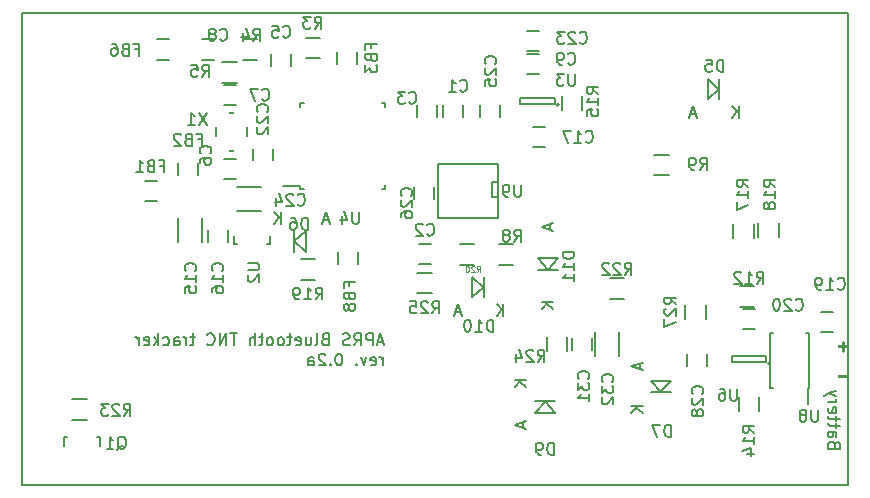
<source format=gbr>
G04 #@! TF.FileFunction,Legend,Bot*
%FSLAX46Y46*%
G04 Gerber Fmt 4.6, Leading zero omitted, Abs format (unit mm)*
G04 Created by KiCad (PCBNEW 4.0.5-e0-6337~49~ubuntu14.04.1) date Mon Feb 13 19:11:43 2017*
%MOMM*%
%LPD*%
G01*
G04 APERTURE LIST*
%ADD10C,0.150000*%
%ADD11C,0.200000*%
%ADD12C,0.250000*%
%ADD13C,0.125000*%
%ADD14R,1.600000X1.000000*%
%ADD15R,1.250000X1.000000*%
%ADD16R,1.000000X1.250000*%
%ADD17R,1.000000X1.600000*%
%ADD18C,1.000000*%
%ADD19R,1.350000X1.350000*%
%ADD20C,1.350000*%
%ADD21R,1.850000X1.850000*%
%ADD22C,1.850000*%
%ADD23O,0.950000X1.250000*%
%ADD24O,1.550000X1.000000*%
%ADD25R,0.700000X1.300000*%
%ADD26R,1.300000X0.700000*%
%ADD27R,0.800100X0.800100*%
%ADD28R,0.650000X1.060000*%
%ADD29R,1.600000X0.550000*%
%ADD30R,0.550000X1.600000*%
%ADD31R,0.450000X1.450000*%
%ADD32R,1.200000X1.400000*%
%ADD33R,1.300480X1.699260*%
%ADD34R,0.508000X1.143000*%
%ADD35R,1.699260X1.300480*%
%ADD36C,2.100000*%
%ADD37C,1.750000*%
%ADD38R,1.700000X1.700000*%
%ADD39O,1.700000X1.700000*%
%ADD40R,4.064000X1.524000*%
G04 APERTURE END LIST*
D10*
X181910029Y-118276429D02*
X181862410Y-118133572D01*
X181814790Y-118085953D01*
X181719552Y-118038334D01*
X181576695Y-118038334D01*
X181481457Y-118085953D01*
X181433838Y-118133572D01*
X181386219Y-118228810D01*
X181386219Y-118609763D01*
X182386219Y-118609763D01*
X182386219Y-118276429D01*
X182338600Y-118181191D01*
X182290981Y-118133572D01*
X182195743Y-118085953D01*
X182100505Y-118085953D01*
X182005267Y-118133572D01*
X181957648Y-118181191D01*
X181910029Y-118276429D01*
X181910029Y-118609763D01*
X181386219Y-117181191D02*
X181910029Y-117181191D01*
X182005267Y-117228810D01*
X182052886Y-117324048D01*
X182052886Y-117514525D01*
X182005267Y-117609763D01*
X181433838Y-117181191D02*
X181386219Y-117276429D01*
X181386219Y-117514525D01*
X181433838Y-117609763D01*
X181529076Y-117657382D01*
X181624314Y-117657382D01*
X181719552Y-117609763D01*
X181767171Y-117514525D01*
X181767171Y-117276429D01*
X181814790Y-117181191D01*
X182052886Y-116847858D02*
X182052886Y-116466906D01*
X182386219Y-116705001D02*
X181529076Y-116705001D01*
X181433838Y-116657382D01*
X181386219Y-116562144D01*
X181386219Y-116466906D01*
X182052886Y-116276429D02*
X182052886Y-115895477D01*
X182386219Y-116133572D02*
X181529076Y-116133572D01*
X181433838Y-116085953D01*
X181386219Y-115990715D01*
X181386219Y-115895477D01*
X181433838Y-115181190D02*
X181386219Y-115276428D01*
X181386219Y-115466905D01*
X181433838Y-115562143D01*
X181529076Y-115609762D01*
X181910029Y-115609762D01*
X182005267Y-115562143D01*
X182052886Y-115466905D01*
X182052886Y-115276428D01*
X182005267Y-115181190D01*
X181910029Y-115133571D01*
X181814790Y-115133571D01*
X181719552Y-115609762D01*
X181386219Y-114705000D02*
X182052886Y-114705000D01*
X181862410Y-114705000D02*
X181957648Y-114657381D01*
X182005267Y-114609762D01*
X182052886Y-114514524D01*
X182052886Y-114419285D01*
X182052886Y-114181190D02*
X181386219Y-113943095D01*
X182052886Y-113704999D02*
X181386219Y-113943095D01*
X181148124Y-114038333D01*
X181100505Y-114085952D01*
X181052886Y-114181190D01*
D11*
X143700524Y-109578067D02*
X143224333Y-109578067D01*
X143795762Y-109863781D02*
X143462429Y-108863781D01*
X143129095Y-109863781D01*
X142795762Y-109863781D02*
X142795762Y-108863781D01*
X142414809Y-108863781D01*
X142319571Y-108911400D01*
X142271952Y-108959019D01*
X142224333Y-109054257D01*
X142224333Y-109197114D01*
X142271952Y-109292352D01*
X142319571Y-109339971D01*
X142414809Y-109387590D01*
X142795762Y-109387590D01*
X141224333Y-109863781D02*
X141557667Y-109387590D01*
X141795762Y-109863781D02*
X141795762Y-108863781D01*
X141414809Y-108863781D01*
X141319571Y-108911400D01*
X141271952Y-108959019D01*
X141224333Y-109054257D01*
X141224333Y-109197114D01*
X141271952Y-109292352D01*
X141319571Y-109339971D01*
X141414809Y-109387590D01*
X141795762Y-109387590D01*
X140843381Y-109816162D02*
X140700524Y-109863781D01*
X140462428Y-109863781D01*
X140367190Y-109816162D01*
X140319571Y-109768543D01*
X140271952Y-109673305D01*
X140271952Y-109578067D01*
X140319571Y-109482829D01*
X140367190Y-109435210D01*
X140462428Y-109387590D01*
X140652905Y-109339971D01*
X140748143Y-109292352D01*
X140795762Y-109244733D01*
X140843381Y-109149495D01*
X140843381Y-109054257D01*
X140795762Y-108959019D01*
X140748143Y-108911400D01*
X140652905Y-108863781D01*
X140414809Y-108863781D01*
X140271952Y-108911400D01*
X138748142Y-109339971D02*
X138605285Y-109387590D01*
X138557666Y-109435210D01*
X138510047Y-109530448D01*
X138510047Y-109673305D01*
X138557666Y-109768543D01*
X138605285Y-109816162D01*
X138700523Y-109863781D01*
X139081476Y-109863781D01*
X139081476Y-108863781D01*
X138748142Y-108863781D01*
X138652904Y-108911400D01*
X138605285Y-108959019D01*
X138557666Y-109054257D01*
X138557666Y-109149495D01*
X138605285Y-109244733D01*
X138652904Y-109292352D01*
X138748142Y-109339971D01*
X139081476Y-109339971D01*
X137938619Y-109863781D02*
X138033857Y-109816162D01*
X138081476Y-109720924D01*
X138081476Y-108863781D01*
X137129094Y-109197114D02*
X137129094Y-109863781D01*
X137557666Y-109197114D02*
X137557666Y-109720924D01*
X137510047Y-109816162D01*
X137414809Y-109863781D01*
X137271951Y-109863781D01*
X137176713Y-109816162D01*
X137129094Y-109768543D01*
X136271951Y-109816162D02*
X136367189Y-109863781D01*
X136557666Y-109863781D01*
X136652904Y-109816162D01*
X136700523Y-109720924D01*
X136700523Y-109339971D01*
X136652904Y-109244733D01*
X136557666Y-109197114D01*
X136367189Y-109197114D01*
X136271951Y-109244733D01*
X136224332Y-109339971D01*
X136224332Y-109435210D01*
X136700523Y-109530448D01*
X135938618Y-109197114D02*
X135557666Y-109197114D01*
X135795761Y-108863781D02*
X135795761Y-109720924D01*
X135748142Y-109816162D01*
X135652904Y-109863781D01*
X135557666Y-109863781D01*
X135081475Y-109863781D02*
X135176713Y-109816162D01*
X135224332Y-109768543D01*
X135271951Y-109673305D01*
X135271951Y-109387590D01*
X135224332Y-109292352D01*
X135176713Y-109244733D01*
X135081475Y-109197114D01*
X134938617Y-109197114D01*
X134843379Y-109244733D01*
X134795760Y-109292352D01*
X134748141Y-109387590D01*
X134748141Y-109673305D01*
X134795760Y-109768543D01*
X134843379Y-109816162D01*
X134938617Y-109863781D01*
X135081475Y-109863781D01*
X134176713Y-109863781D02*
X134271951Y-109816162D01*
X134319570Y-109768543D01*
X134367189Y-109673305D01*
X134367189Y-109387590D01*
X134319570Y-109292352D01*
X134271951Y-109244733D01*
X134176713Y-109197114D01*
X134033855Y-109197114D01*
X133938617Y-109244733D01*
X133890998Y-109292352D01*
X133843379Y-109387590D01*
X133843379Y-109673305D01*
X133890998Y-109768543D01*
X133938617Y-109816162D01*
X134033855Y-109863781D01*
X134176713Y-109863781D01*
X133557665Y-109197114D02*
X133176713Y-109197114D01*
X133414808Y-108863781D02*
X133414808Y-109720924D01*
X133367189Y-109816162D01*
X133271951Y-109863781D01*
X133176713Y-109863781D01*
X132843379Y-109863781D02*
X132843379Y-108863781D01*
X132414807Y-109863781D02*
X132414807Y-109339971D01*
X132462426Y-109244733D01*
X132557664Y-109197114D01*
X132700522Y-109197114D01*
X132795760Y-109244733D01*
X132843379Y-109292352D01*
X131319569Y-108863781D02*
X130748140Y-108863781D01*
X131033855Y-109863781D02*
X131033855Y-108863781D01*
X130414807Y-109863781D02*
X130414807Y-108863781D01*
X129843378Y-109863781D01*
X129843378Y-108863781D01*
X128795759Y-109768543D02*
X128843378Y-109816162D01*
X128986235Y-109863781D01*
X129081473Y-109863781D01*
X129224331Y-109816162D01*
X129319569Y-109720924D01*
X129367188Y-109625686D01*
X129414807Y-109435210D01*
X129414807Y-109292352D01*
X129367188Y-109101876D01*
X129319569Y-109006638D01*
X129224331Y-108911400D01*
X129081473Y-108863781D01*
X128986235Y-108863781D01*
X128843378Y-108911400D01*
X128795759Y-108959019D01*
X127748140Y-109197114D02*
X127367188Y-109197114D01*
X127605283Y-108863781D02*
X127605283Y-109720924D01*
X127557664Y-109816162D01*
X127462426Y-109863781D01*
X127367188Y-109863781D01*
X127033854Y-109863781D02*
X127033854Y-109197114D01*
X127033854Y-109387590D02*
X126986235Y-109292352D01*
X126938616Y-109244733D01*
X126843378Y-109197114D01*
X126748139Y-109197114D01*
X125986234Y-109863781D02*
X125986234Y-109339971D01*
X126033853Y-109244733D01*
X126129091Y-109197114D01*
X126319568Y-109197114D01*
X126414806Y-109244733D01*
X125986234Y-109816162D02*
X126081472Y-109863781D01*
X126319568Y-109863781D01*
X126414806Y-109816162D01*
X126462425Y-109720924D01*
X126462425Y-109625686D01*
X126414806Y-109530448D01*
X126319568Y-109482829D01*
X126081472Y-109482829D01*
X125986234Y-109435210D01*
X125081472Y-109816162D02*
X125176710Y-109863781D01*
X125367187Y-109863781D01*
X125462425Y-109816162D01*
X125510044Y-109768543D01*
X125557663Y-109673305D01*
X125557663Y-109387590D01*
X125510044Y-109292352D01*
X125462425Y-109244733D01*
X125367187Y-109197114D01*
X125176710Y-109197114D01*
X125081472Y-109244733D01*
X124652901Y-109863781D02*
X124652901Y-108863781D01*
X124557663Y-109482829D02*
X124271948Y-109863781D01*
X124271948Y-109197114D02*
X124652901Y-109578067D01*
X123462424Y-109816162D02*
X123557662Y-109863781D01*
X123748139Y-109863781D01*
X123843377Y-109816162D01*
X123890996Y-109720924D01*
X123890996Y-109339971D01*
X123843377Y-109244733D01*
X123748139Y-109197114D01*
X123557662Y-109197114D01*
X123462424Y-109244733D01*
X123414805Y-109339971D01*
X123414805Y-109435210D01*
X123890996Y-109530448D01*
X122986234Y-109863781D02*
X122986234Y-109197114D01*
X122986234Y-109387590D02*
X122938615Y-109292352D01*
X122890996Y-109244733D01*
X122795758Y-109197114D01*
X122700519Y-109197114D01*
X143652905Y-111563781D02*
X143652905Y-110897114D01*
X143652905Y-111087590D02*
X143605286Y-110992352D01*
X143557667Y-110944733D01*
X143462429Y-110897114D01*
X143367190Y-110897114D01*
X142652904Y-111516162D02*
X142748142Y-111563781D01*
X142938619Y-111563781D01*
X143033857Y-111516162D01*
X143081476Y-111420924D01*
X143081476Y-111039971D01*
X143033857Y-110944733D01*
X142938619Y-110897114D01*
X142748142Y-110897114D01*
X142652904Y-110944733D01*
X142605285Y-111039971D01*
X142605285Y-111135210D01*
X143081476Y-111230448D01*
X142271952Y-110897114D02*
X142033857Y-111563781D01*
X141795761Y-110897114D01*
X141414809Y-111468543D02*
X141367190Y-111516162D01*
X141414809Y-111563781D01*
X141462428Y-111516162D01*
X141414809Y-111468543D01*
X141414809Y-111563781D01*
X139986238Y-110563781D02*
X139890999Y-110563781D01*
X139795761Y-110611400D01*
X139748142Y-110659019D01*
X139700523Y-110754257D01*
X139652904Y-110944733D01*
X139652904Y-111182829D01*
X139700523Y-111373305D01*
X139748142Y-111468543D01*
X139795761Y-111516162D01*
X139890999Y-111563781D01*
X139986238Y-111563781D01*
X140081476Y-111516162D01*
X140129095Y-111468543D01*
X140176714Y-111373305D01*
X140224333Y-111182829D01*
X140224333Y-110944733D01*
X140176714Y-110754257D01*
X140129095Y-110659019D01*
X140081476Y-110611400D01*
X139986238Y-110563781D01*
X139224333Y-111468543D02*
X139176714Y-111516162D01*
X139224333Y-111563781D01*
X139271952Y-111516162D01*
X139224333Y-111468543D01*
X139224333Y-111563781D01*
X138795762Y-110659019D02*
X138748143Y-110611400D01*
X138652905Y-110563781D01*
X138414809Y-110563781D01*
X138319571Y-110611400D01*
X138271952Y-110659019D01*
X138224333Y-110754257D01*
X138224333Y-110849495D01*
X138271952Y-110992352D01*
X138843381Y-111563781D01*
X138224333Y-111563781D01*
X137367190Y-111563781D02*
X137367190Y-111039971D01*
X137414809Y-110944733D01*
X137510047Y-110897114D01*
X137700524Y-110897114D01*
X137795762Y-110944733D01*
X137367190Y-111516162D02*
X137462428Y-111563781D01*
X137700524Y-111563781D01*
X137795762Y-111516162D01*
X137843381Y-111420924D01*
X137843381Y-111325686D01*
X137795762Y-111230448D01*
X137700524Y-111182829D01*
X137462428Y-111182829D01*
X137367190Y-111135210D01*
D12*
X182956152Y-112441029D02*
X182194247Y-112441029D01*
X182981552Y-109951829D02*
X182219647Y-109951829D01*
X182600599Y-110332781D02*
X182600599Y-109570876D01*
D10*
X113080800Y-121716800D02*
X183057800Y-121716800D01*
X183057800Y-81711800D02*
X183057800Y-121711800D01*
X113080800Y-81711800D02*
X113080800Y-121711800D01*
X113080800Y-81711800D02*
X183080800Y-81711800D01*
X128329800Y-99126800D02*
X128329800Y-101126800D01*
X126279800Y-101126800D02*
X126279800Y-99126800D01*
X148220800Y-89530300D02*
X148220800Y-90530300D01*
X146520800Y-90530300D02*
X146520800Y-89530300D01*
X146743800Y-101308800D02*
X147743800Y-101308800D01*
X147743800Y-103008800D02*
X146743800Y-103008800D01*
X148743300Y-90530300D02*
X148743300Y-89530300D01*
X150443300Y-89530300D02*
X150443300Y-90530300D01*
X134201800Y-86212300D02*
X134201800Y-85212300D01*
X135901800Y-85212300D02*
X135901800Y-86212300D01*
X131233800Y-95769800D02*
X130233800Y-95769800D01*
X130233800Y-94069800D02*
X131233800Y-94069800D01*
X130233800Y-87846800D02*
X131233800Y-87846800D01*
X131233800Y-89546800D02*
X130233800Y-89546800D01*
X128328800Y-83973300D02*
X129328800Y-83973300D01*
X129328800Y-85673300D02*
X128328800Y-85673300D01*
X155887800Y-85179800D02*
X156887800Y-85179800D01*
X156887800Y-86879800D02*
X155887800Y-86879800D01*
X130567800Y-100134800D02*
X130567800Y-101134800D01*
X128867800Y-101134800D02*
X128867800Y-100134800D01*
X156395800Y-91402800D02*
X157395800Y-91402800D01*
X157395800Y-93102800D02*
X156395800Y-93102800D01*
X181779800Y-108723800D02*
X180779800Y-108723800D01*
X180779800Y-107023800D02*
X181779800Y-107023800D01*
X175175800Y-108469800D02*
X174175800Y-108469800D01*
X174175800Y-106769800D02*
X175175800Y-106769800D01*
X134377800Y-93213300D02*
X134377800Y-94213300D01*
X132677800Y-94213300D02*
X132677800Y-93213300D01*
X155887800Y-83274800D02*
X156887800Y-83274800D01*
X156887800Y-84974800D02*
X155887800Y-84974800D01*
X131321300Y-96434800D02*
X133321300Y-96434800D01*
X133321300Y-98484800D02*
X131321300Y-98484800D01*
X123502800Y-95974800D02*
X124502800Y-95974800D01*
X124502800Y-97674800D02*
X123502800Y-97674800D01*
X128027800Y-94419800D02*
X128027800Y-95419800D01*
X126327800Y-95419800D02*
X126327800Y-94419800D01*
X141489800Y-85021800D02*
X141489800Y-86021800D01*
X139789800Y-86021800D02*
X139789800Y-85021800D01*
X124582300Y-83973300D02*
X125582300Y-83973300D01*
X125582300Y-85673300D02*
X124582300Y-85673300D01*
X139853300Y-102976300D02*
X139853300Y-101976300D01*
X141553300Y-101976300D02*
X141553300Y-102976300D01*
X137118800Y-85571300D02*
X138318800Y-85571300D01*
X138318800Y-83821300D02*
X137118800Y-83821300D01*
X132984800Y-83948300D02*
X131784800Y-83948300D01*
X131784800Y-85698300D02*
X132984800Y-85698300D01*
X131283000Y-85904100D02*
X130083000Y-85904100D01*
X130083000Y-87654100D02*
X131283000Y-87654100D01*
X154701800Y-101283800D02*
X153501800Y-101283800D01*
X153501800Y-103033800D02*
X154701800Y-103033800D01*
X167859000Y-93714600D02*
X166659000Y-93714600D01*
X166659000Y-95464600D02*
X167859000Y-95464600D01*
X175085300Y-104839800D02*
X173885300Y-104839800D01*
X173885300Y-106589800D02*
X175085300Y-106589800D01*
X175550800Y-115458800D02*
X175550800Y-114258800D01*
X173800800Y-114258800D02*
X173800800Y-115458800D01*
X160564800Y-89931800D02*
X160564800Y-88731800D01*
X158814800Y-88731800D02*
X158814800Y-89931800D01*
X177176400Y-100726800D02*
X177176400Y-99526800D01*
X175426400Y-99526800D02*
X175426400Y-100726800D01*
X173343600Y-99577600D02*
X173343600Y-100777600D01*
X175093600Y-100777600D02*
X175093600Y-99577600D01*
X133874460Y-101285040D02*
X133826200Y-101285040D01*
X131075480Y-100584000D02*
X131075480Y-101285040D01*
X131075480Y-101285040D02*
X131324400Y-101285040D01*
X133874460Y-101285040D02*
X134075120Y-101285040D01*
X134075120Y-101285040D02*
X134075120Y-100584000D01*
X158568800Y-89504800D02*
G75*
G03X158568800Y-89504800I-100000J0D01*
G01*
X158218800Y-88954800D02*
X158218800Y-89454800D01*
X155318800Y-88954800D02*
X158218800Y-88954800D01*
X155318800Y-89454800D02*
X155318800Y-88954800D01*
X158218800Y-89454800D02*
X155318800Y-89454800D01*
X136633800Y-96639800D02*
X136633800Y-96414800D01*
X143883800Y-96639800D02*
X143883800Y-96314800D01*
X143883800Y-89389800D02*
X143883800Y-89714800D01*
X136633800Y-89389800D02*
X136633800Y-89714800D01*
X136633800Y-96639800D02*
X136958800Y-96639800D01*
X136633800Y-89389800D02*
X136958800Y-89389800D01*
X143883800Y-89389800D02*
X143558800Y-89389800D01*
X143883800Y-96639800D02*
X143558800Y-96639800D01*
X136633800Y-96414800D02*
X135208800Y-96414800D01*
X176475800Y-111448800D02*
G75*
G03X176475800Y-111448800I-100000J0D01*
G01*
X176125800Y-110798800D02*
X176125800Y-111298800D01*
X173225800Y-110798800D02*
X176125800Y-110798800D01*
X173225800Y-111298800D02*
X173225800Y-110798800D01*
X176125800Y-111298800D02*
X173225800Y-111298800D01*
X179729800Y-113500800D02*
X179629800Y-113500800D01*
X179729800Y-108850800D02*
X179529800Y-108850800D01*
X176479800Y-108850800D02*
X176679800Y-108850800D01*
X176479800Y-113500800D02*
X176679800Y-113500800D01*
X179729800Y-113500800D02*
X179729800Y-108850800D01*
X176479800Y-113500800D02*
X176479800Y-108850800D01*
X179629800Y-113500800D02*
X179629800Y-114850800D01*
X129560800Y-90208300D02*
X129560800Y-93408300D01*
X129560800Y-93408300D02*
X132160800Y-93408300D01*
X132160800Y-93408300D02*
X132160800Y-90208300D01*
X132160800Y-90208300D02*
X129560800Y-90208300D01*
X172155040Y-88239600D02*
X171154280Y-87338800D01*
X171154280Y-87338800D02*
X171154280Y-89038800D01*
X171154280Y-89038800D02*
X172155040Y-88188800D01*
X172155040Y-87338800D02*
X172155040Y-89038800D01*
X136175560Y-101028500D02*
X137176320Y-101929300D01*
X137176320Y-101929300D02*
X137176320Y-100229300D01*
X137176320Y-100229300D02*
X136175560Y-101079300D01*
X136175560Y-101929300D02*
X136175560Y-100229300D01*
X137937800Y-102553800D02*
X136737800Y-102553800D01*
X136737800Y-104303800D02*
X137937800Y-104303800D01*
X153618300Y-89530300D02*
X153618300Y-90530300D01*
X151918300Y-90530300D02*
X151918300Y-89530300D01*
X146266800Y-97451800D02*
X146266800Y-96451800D01*
X147966800Y-96451800D02*
X147966800Y-97451800D01*
X151399800Y-101283800D02*
X150199800Y-101283800D01*
X150199800Y-103033800D02*
X151399800Y-103033800D01*
X153403300Y-94538800D02*
X148323300Y-94538800D01*
X148323300Y-94538800D02*
X148323300Y-99110800D01*
X148323300Y-99110800D02*
X153403300Y-99110800D01*
X153403300Y-99110800D02*
X153403300Y-94538800D01*
X153403300Y-96062800D02*
X152895300Y-96062800D01*
X152895300Y-96062800D02*
X152895300Y-97332800D01*
X152895300Y-97332800D02*
X153403300Y-97332800D01*
X169406200Y-111599600D02*
X169406200Y-110599600D01*
X171106200Y-110599600D02*
X171106200Y-111599600D01*
X161352600Y-109278800D02*
X161352600Y-110278800D01*
X159652600Y-110278800D02*
X159652600Y-109278800D01*
X161611200Y-110778800D02*
X161611200Y-108778800D01*
X163661200Y-108778800D02*
X163661200Y-110778800D01*
X167132000Y-113862040D02*
X168032800Y-112861280D01*
X168032800Y-112861280D02*
X166332800Y-112861280D01*
X166332800Y-112861280D02*
X167182800Y-113862040D01*
X168032800Y-113862040D02*
X166332800Y-113862040D01*
X152216040Y-105003600D02*
X151215280Y-104102800D01*
X151215280Y-104102800D02*
X151215280Y-105802800D01*
X151215280Y-105802800D02*
X152216040Y-104952800D01*
X152216040Y-104102800D02*
X152216040Y-105802800D01*
X157607000Y-103473440D02*
X158507800Y-102472680D01*
X158507800Y-102472680D02*
X156807800Y-102472680D01*
X156807800Y-102472680D02*
X157657800Y-103473440D01*
X158507800Y-103473440D02*
X156807800Y-103473440D01*
X116887040Y-117662960D02*
X116935300Y-117662960D01*
X119686020Y-118364000D02*
X119686020Y-117662960D01*
X119686020Y-117662960D02*
X119437100Y-117662960D01*
X116887040Y-117662960D02*
X116686380Y-117662960D01*
X116686380Y-117662960D02*
X116686380Y-118364000D01*
X164099800Y-104204800D02*
X162899800Y-104204800D01*
X162899800Y-105954800D02*
X164099800Y-105954800D01*
X117383000Y-116191000D02*
X118583000Y-116191000D01*
X118583000Y-114441000D02*
X117383000Y-114441000D01*
X157544800Y-109178800D02*
X157544800Y-110378800D01*
X159294800Y-110378800D02*
X159294800Y-109178800D01*
X147793000Y-103722200D02*
X146593000Y-103722200D01*
X146593000Y-105472200D02*
X147793000Y-105472200D01*
X171029600Y-107635600D02*
X171029600Y-106435600D01*
X169279600Y-106435600D02*
X169279600Y-107635600D01*
X157454600Y-114560160D02*
X156553800Y-115560920D01*
X156553800Y-115560920D02*
X158253800Y-115560920D01*
X158253800Y-115560920D02*
X157403800Y-114560160D01*
X156553800Y-114560160D02*
X158253800Y-114560160D01*
X127788943Y-103547943D02*
X127836562Y-103500324D01*
X127884181Y-103357467D01*
X127884181Y-103262229D01*
X127836562Y-103119371D01*
X127741324Y-103024133D01*
X127646086Y-102976514D01*
X127455610Y-102928895D01*
X127312752Y-102928895D01*
X127122276Y-102976514D01*
X127027038Y-103024133D01*
X126931800Y-103119371D01*
X126884181Y-103262229D01*
X126884181Y-103357467D01*
X126931800Y-103500324D01*
X126979419Y-103547943D01*
X127884181Y-104500324D02*
X127884181Y-103928895D01*
X127884181Y-104214609D02*
X126884181Y-104214609D01*
X127027038Y-104119371D01*
X127122276Y-104024133D01*
X127169895Y-103928895D01*
X126884181Y-105405086D02*
X126884181Y-104928895D01*
X127360371Y-104881276D01*
X127312752Y-104928895D01*
X127265133Y-105024133D01*
X127265133Y-105262229D01*
X127312752Y-105357467D01*
X127360371Y-105405086D01*
X127455610Y-105452705D01*
X127693705Y-105452705D01*
X127788943Y-105405086D01*
X127836562Y-105357467D01*
X127884181Y-105262229D01*
X127884181Y-105024133D01*
X127836562Y-104928895D01*
X127788943Y-104881276D01*
X150204466Y-88291943D02*
X150252085Y-88339562D01*
X150394942Y-88387181D01*
X150490180Y-88387181D01*
X150633038Y-88339562D01*
X150728276Y-88244324D01*
X150775895Y-88149086D01*
X150823514Y-87958610D01*
X150823514Y-87815752D01*
X150775895Y-87625276D01*
X150728276Y-87530038D01*
X150633038Y-87434800D01*
X150490180Y-87387181D01*
X150394942Y-87387181D01*
X150252085Y-87434800D01*
X150204466Y-87482419D01*
X149252085Y-88387181D02*
X149823514Y-88387181D01*
X149537800Y-88387181D02*
X149537800Y-87387181D01*
X149633038Y-87530038D01*
X149728276Y-87625276D01*
X149823514Y-87672895D01*
X147410466Y-100483943D02*
X147458085Y-100531562D01*
X147600942Y-100579181D01*
X147696180Y-100579181D01*
X147839038Y-100531562D01*
X147934276Y-100436324D01*
X147981895Y-100341086D01*
X148029514Y-100150610D01*
X148029514Y-100007752D01*
X147981895Y-99817276D01*
X147934276Y-99722038D01*
X147839038Y-99626800D01*
X147696180Y-99579181D01*
X147600942Y-99579181D01*
X147458085Y-99626800D01*
X147410466Y-99674419D01*
X147029514Y-99674419D02*
X146981895Y-99626800D01*
X146886657Y-99579181D01*
X146648561Y-99579181D01*
X146553323Y-99626800D01*
X146505704Y-99674419D01*
X146458085Y-99769657D01*
X146458085Y-99864895D01*
X146505704Y-100007752D01*
X147077133Y-100579181D01*
X146458085Y-100579181D01*
X145886466Y-89307943D02*
X145934085Y-89355562D01*
X146076942Y-89403181D01*
X146172180Y-89403181D01*
X146315038Y-89355562D01*
X146410276Y-89260324D01*
X146457895Y-89165086D01*
X146505514Y-88974610D01*
X146505514Y-88831752D01*
X146457895Y-88641276D01*
X146410276Y-88546038D01*
X146315038Y-88450800D01*
X146172180Y-88403181D01*
X146076942Y-88403181D01*
X145934085Y-88450800D01*
X145886466Y-88498419D01*
X145553133Y-88403181D02*
X144934085Y-88403181D01*
X145267419Y-88784133D01*
X145124561Y-88784133D01*
X145029323Y-88831752D01*
X144981704Y-88879371D01*
X144934085Y-88974610D01*
X144934085Y-89212705D01*
X144981704Y-89307943D01*
X145029323Y-89355562D01*
X145124561Y-89403181D01*
X145410276Y-89403181D01*
X145505514Y-89355562D01*
X145553133Y-89307943D01*
X135218466Y-83719943D02*
X135266085Y-83767562D01*
X135408942Y-83815181D01*
X135504180Y-83815181D01*
X135647038Y-83767562D01*
X135742276Y-83672324D01*
X135789895Y-83577086D01*
X135837514Y-83386610D01*
X135837514Y-83243752D01*
X135789895Y-83053276D01*
X135742276Y-82958038D01*
X135647038Y-82862800D01*
X135504180Y-82815181D01*
X135408942Y-82815181D01*
X135266085Y-82862800D01*
X135218466Y-82910419D01*
X134313704Y-82815181D02*
X134789895Y-82815181D01*
X134837514Y-83291371D01*
X134789895Y-83243752D01*
X134694657Y-83196133D01*
X134456561Y-83196133D01*
X134361323Y-83243752D01*
X134313704Y-83291371D01*
X134266085Y-83386610D01*
X134266085Y-83624705D01*
X134313704Y-83719943D01*
X134361323Y-83767562D01*
X134456561Y-83815181D01*
X134694657Y-83815181D01*
X134789895Y-83767562D01*
X134837514Y-83719943D01*
X129058943Y-93610134D02*
X129106562Y-93562515D01*
X129154181Y-93419658D01*
X129154181Y-93324420D01*
X129106562Y-93181562D01*
X129011324Y-93086324D01*
X128916086Y-93038705D01*
X128725610Y-92991086D01*
X128582752Y-92991086D01*
X128392276Y-93038705D01*
X128297038Y-93086324D01*
X128201800Y-93181562D01*
X128154181Y-93324420D01*
X128154181Y-93419658D01*
X128201800Y-93562515D01*
X128249419Y-93610134D01*
X128154181Y-94467277D02*
X128154181Y-94276800D01*
X128201800Y-94181562D01*
X128249419Y-94133943D01*
X128392276Y-94038705D01*
X128582752Y-93991086D01*
X128963705Y-93991086D01*
X129058943Y-94038705D01*
X129106562Y-94086324D01*
X129154181Y-94181562D01*
X129154181Y-94372039D01*
X129106562Y-94467277D01*
X129058943Y-94514896D01*
X128963705Y-94562515D01*
X128725610Y-94562515D01*
X128630371Y-94514896D01*
X128582752Y-94467277D01*
X128535133Y-94372039D01*
X128535133Y-94181562D01*
X128582752Y-94086324D01*
X128630371Y-94038705D01*
X128725610Y-93991086D01*
X133440466Y-89053943D02*
X133488085Y-89101562D01*
X133630942Y-89149181D01*
X133726180Y-89149181D01*
X133869038Y-89101562D01*
X133964276Y-89006324D01*
X134011895Y-88911086D01*
X134059514Y-88720610D01*
X134059514Y-88577752D01*
X134011895Y-88387276D01*
X133964276Y-88292038D01*
X133869038Y-88196800D01*
X133726180Y-88149181D01*
X133630942Y-88149181D01*
X133488085Y-88196800D01*
X133440466Y-88244419D01*
X133107133Y-88149181D02*
X132440466Y-88149181D01*
X132869038Y-89149181D01*
X129884466Y-83973943D02*
X129932085Y-84021562D01*
X130074942Y-84069181D01*
X130170180Y-84069181D01*
X130313038Y-84021562D01*
X130408276Y-83926324D01*
X130455895Y-83831086D01*
X130503514Y-83640610D01*
X130503514Y-83497752D01*
X130455895Y-83307276D01*
X130408276Y-83212038D01*
X130313038Y-83116800D01*
X130170180Y-83069181D01*
X130074942Y-83069181D01*
X129932085Y-83116800D01*
X129884466Y-83164419D01*
X129313038Y-83497752D02*
X129408276Y-83450133D01*
X129455895Y-83402514D01*
X129503514Y-83307276D01*
X129503514Y-83259657D01*
X129455895Y-83164419D01*
X129408276Y-83116800D01*
X129313038Y-83069181D01*
X129122561Y-83069181D01*
X129027323Y-83116800D01*
X128979704Y-83164419D01*
X128932085Y-83259657D01*
X128932085Y-83307276D01*
X128979704Y-83402514D01*
X129027323Y-83450133D01*
X129122561Y-83497752D01*
X129313038Y-83497752D01*
X129408276Y-83545371D01*
X129455895Y-83592990D01*
X129503514Y-83688229D01*
X129503514Y-83878705D01*
X129455895Y-83973943D01*
X129408276Y-84021562D01*
X129313038Y-84069181D01*
X129122561Y-84069181D01*
X129027323Y-84021562D01*
X128979704Y-83973943D01*
X128932085Y-83878705D01*
X128932085Y-83688229D01*
X128979704Y-83592990D01*
X129027323Y-83545371D01*
X129122561Y-83497752D01*
X159348466Y-86005943D02*
X159396085Y-86053562D01*
X159538942Y-86101181D01*
X159634180Y-86101181D01*
X159777038Y-86053562D01*
X159872276Y-85958324D01*
X159919895Y-85863086D01*
X159967514Y-85672610D01*
X159967514Y-85529752D01*
X159919895Y-85339276D01*
X159872276Y-85244038D01*
X159777038Y-85148800D01*
X159634180Y-85101181D01*
X159538942Y-85101181D01*
X159396085Y-85148800D01*
X159348466Y-85196419D01*
X158872276Y-86101181D02*
X158681800Y-86101181D01*
X158586561Y-86053562D01*
X158538942Y-86005943D01*
X158443704Y-85863086D01*
X158396085Y-85672610D01*
X158396085Y-85291657D01*
X158443704Y-85196419D01*
X158491323Y-85148800D01*
X158586561Y-85101181D01*
X158777038Y-85101181D01*
X158872276Y-85148800D01*
X158919895Y-85196419D01*
X158967514Y-85291657D01*
X158967514Y-85529752D01*
X158919895Y-85624990D01*
X158872276Y-85672610D01*
X158777038Y-85720229D01*
X158586561Y-85720229D01*
X158491323Y-85672610D01*
X158443704Y-85624990D01*
X158396085Y-85529752D01*
X130074943Y-103547943D02*
X130122562Y-103500324D01*
X130170181Y-103357467D01*
X130170181Y-103262229D01*
X130122562Y-103119371D01*
X130027324Y-103024133D01*
X129932086Y-102976514D01*
X129741610Y-102928895D01*
X129598752Y-102928895D01*
X129408276Y-102976514D01*
X129313038Y-103024133D01*
X129217800Y-103119371D01*
X129170181Y-103262229D01*
X129170181Y-103357467D01*
X129217800Y-103500324D01*
X129265419Y-103547943D01*
X130170181Y-104500324D02*
X130170181Y-103928895D01*
X130170181Y-104214609D02*
X129170181Y-104214609D01*
X129313038Y-104119371D01*
X129408276Y-104024133D01*
X129455895Y-103928895D01*
X129170181Y-105357467D02*
X129170181Y-105166990D01*
X129217800Y-105071752D01*
X129265419Y-105024133D01*
X129408276Y-104928895D01*
X129598752Y-104881276D01*
X129979705Y-104881276D01*
X130074943Y-104928895D01*
X130122562Y-104976514D01*
X130170181Y-105071752D01*
X130170181Y-105262229D01*
X130122562Y-105357467D01*
X130074943Y-105405086D01*
X129979705Y-105452705D01*
X129741610Y-105452705D01*
X129646371Y-105405086D01*
X129598752Y-105357467D01*
X129551133Y-105262229D01*
X129551133Y-105071752D01*
X129598752Y-104976514D01*
X129646371Y-104928895D01*
X129741610Y-104881276D01*
X160840657Y-92609943D02*
X160888276Y-92657562D01*
X161031133Y-92705181D01*
X161126371Y-92705181D01*
X161269229Y-92657562D01*
X161364467Y-92562324D01*
X161412086Y-92467086D01*
X161459705Y-92276610D01*
X161459705Y-92133752D01*
X161412086Y-91943276D01*
X161364467Y-91848038D01*
X161269229Y-91752800D01*
X161126371Y-91705181D01*
X161031133Y-91705181D01*
X160888276Y-91752800D01*
X160840657Y-91800419D01*
X159888276Y-92705181D02*
X160459705Y-92705181D01*
X160173991Y-92705181D02*
X160173991Y-91705181D01*
X160269229Y-91848038D01*
X160364467Y-91943276D01*
X160459705Y-91990895D01*
X159554943Y-91705181D02*
X158888276Y-91705181D01*
X159316848Y-92705181D01*
X182176657Y-105055943D02*
X182224276Y-105103562D01*
X182367133Y-105151181D01*
X182462371Y-105151181D01*
X182605229Y-105103562D01*
X182700467Y-105008324D01*
X182748086Y-104913086D01*
X182795705Y-104722610D01*
X182795705Y-104579752D01*
X182748086Y-104389276D01*
X182700467Y-104294038D01*
X182605229Y-104198800D01*
X182462371Y-104151181D01*
X182367133Y-104151181D01*
X182224276Y-104198800D01*
X182176657Y-104246419D01*
X181224276Y-105151181D02*
X181795705Y-105151181D01*
X181509991Y-105151181D02*
X181509991Y-104151181D01*
X181605229Y-104294038D01*
X181700467Y-104389276D01*
X181795705Y-104436895D01*
X180748086Y-105151181D02*
X180557610Y-105151181D01*
X180462371Y-105103562D01*
X180414752Y-105055943D01*
X180319514Y-104913086D01*
X180271895Y-104722610D01*
X180271895Y-104341657D01*
X180319514Y-104246419D01*
X180367133Y-104198800D01*
X180462371Y-104151181D01*
X180652848Y-104151181D01*
X180748086Y-104198800D01*
X180795705Y-104246419D01*
X180843324Y-104341657D01*
X180843324Y-104579752D01*
X180795705Y-104674990D01*
X180748086Y-104722610D01*
X180652848Y-104770229D01*
X180462371Y-104770229D01*
X180367133Y-104722610D01*
X180319514Y-104674990D01*
X180271895Y-104579752D01*
X178620657Y-106833943D02*
X178668276Y-106881562D01*
X178811133Y-106929181D01*
X178906371Y-106929181D01*
X179049229Y-106881562D01*
X179144467Y-106786324D01*
X179192086Y-106691086D01*
X179239705Y-106500610D01*
X179239705Y-106357752D01*
X179192086Y-106167276D01*
X179144467Y-106072038D01*
X179049229Y-105976800D01*
X178906371Y-105929181D01*
X178811133Y-105929181D01*
X178668276Y-105976800D01*
X178620657Y-106024419D01*
X178239705Y-106024419D02*
X178192086Y-105976800D01*
X178096848Y-105929181D01*
X177858752Y-105929181D01*
X177763514Y-105976800D01*
X177715895Y-106024419D01*
X177668276Y-106119657D01*
X177668276Y-106214895D01*
X177715895Y-106357752D01*
X178287324Y-106929181D01*
X177668276Y-106929181D01*
X177049229Y-105929181D02*
X176953990Y-105929181D01*
X176858752Y-105976800D01*
X176811133Y-106024419D01*
X176763514Y-106119657D01*
X176715895Y-106310133D01*
X176715895Y-106548229D01*
X176763514Y-106738705D01*
X176811133Y-106833943D01*
X176858752Y-106881562D01*
X176953990Y-106929181D01*
X177049229Y-106929181D01*
X177144467Y-106881562D01*
X177192086Y-106833943D01*
X177239705Y-106738705D01*
X177287324Y-106548229D01*
X177287324Y-106310133D01*
X177239705Y-106119657D01*
X177192086Y-106024419D01*
X177144467Y-105976800D01*
X177049229Y-105929181D01*
X133884943Y-90085943D02*
X133932562Y-90038324D01*
X133980181Y-89895467D01*
X133980181Y-89800229D01*
X133932562Y-89657371D01*
X133837324Y-89562133D01*
X133742086Y-89514514D01*
X133551610Y-89466895D01*
X133408752Y-89466895D01*
X133218276Y-89514514D01*
X133123038Y-89562133D01*
X133027800Y-89657371D01*
X132980181Y-89800229D01*
X132980181Y-89895467D01*
X133027800Y-90038324D01*
X133075419Y-90085943D01*
X133075419Y-90466895D02*
X133027800Y-90514514D01*
X132980181Y-90609752D01*
X132980181Y-90847848D01*
X133027800Y-90943086D01*
X133075419Y-90990705D01*
X133170657Y-91038324D01*
X133265895Y-91038324D01*
X133408752Y-90990705D01*
X133980181Y-90419276D01*
X133980181Y-91038324D01*
X133075419Y-91419276D02*
X133027800Y-91466895D01*
X132980181Y-91562133D01*
X132980181Y-91800229D01*
X133027800Y-91895467D01*
X133075419Y-91943086D01*
X133170657Y-91990705D01*
X133265895Y-91990705D01*
X133408752Y-91943086D01*
X133980181Y-91371657D01*
X133980181Y-91990705D01*
X160332657Y-84227943D02*
X160380276Y-84275562D01*
X160523133Y-84323181D01*
X160618371Y-84323181D01*
X160761229Y-84275562D01*
X160856467Y-84180324D01*
X160904086Y-84085086D01*
X160951705Y-83894610D01*
X160951705Y-83751752D01*
X160904086Y-83561276D01*
X160856467Y-83466038D01*
X160761229Y-83370800D01*
X160618371Y-83323181D01*
X160523133Y-83323181D01*
X160380276Y-83370800D01*
X160332657Y-83418419D01*
X159951705Y-83418419D02*
X159904086Y-83370800D01*
X159808848Y-83323181D01*
X159570752Y-83323181D01*
X159475514Y-83370800D01*
X159427895Y-83418419D01*
X159380276Y-83513657D01*
X159380276Y-83608895D01*
X159427895Y-83751752D01*
X159999324Y-84323181D01*
X159380276Y-84323181D01*
X159046943Y-83323181D02*
X158427895Y-83323181D01*
X158761229Y-83704133D01*
X158618371Y-83704133D01*
X158523133Y-83751752D01*
X158475514Y-83799371D01*
X158427895Y-83894610D01*
X158427895Y-84132705D01*
X158475514Y-84227943D01*
X158523133Y-84275562D01*
X158618371Y-84323181D01*
X158904086Y-84323181D01*
X158999324Y-84275562D01*
X159046943Y-84227943D01*
X136456657Y-97943943D02*
X136504276Y-97991562D01*
X136647133Y-98039181D01*
X136742371Y-98039181D01*
X136885229Y-97991562D01*
X136980467Y-97896324D01*
X137028086Y-97801086D01*
X137075705Y-97610610D01*
X137075705Y-97467752D01*
X137028086Y-97277276D01*
X136980467Y-97182038D01*
X136885229Y-97086800D01*
X136742371Y-97039181D01*
X136647133Y-97039181D01*
X136504276Y-97086800D01*
X136456657Y-97134419D01*
X136075705Y-97134419D02*
X136028086Y-97086800D01*
X135932848Y-97039181D01*
X135694752Y-97039181D01*
X135599514Y-97086800D01*
X135551895Y-97134419D01*
X135504276Y-97229657D01*
X135504276Y-97324895D01*
X135551895Y-97467752D01*
X136123324Y-98039181D01*
X135504276Y-98039181D01*
X134647133Y-97372514D02*
X134647133Y-98039181D01*
X134885229Y-96991562D02*
X135123324Y-97705848D01*
X134504276Y-97705848D01*
X124836133Y-94653371D02*
X125169467Y-94653371D01*
X125169467Y-95177181D02*
X125169467Y-94177181D01*
X124693276Y-94177181D01*
X123978990Y-94653371D02*
X123836133Y-94700990D01*
X123788514Y-94748610D01*
X123740895Y-94843848D01*
X123740895Y-94986705D01*
X123788514Y-95081943D01*
X123836133Y-95129562D01*
X123931371Y-95177181D01*
X124312324Y-95177181D01*
X124312324Y-94177181D01*
X123978990Y-94177181D01*
X123883752Y-94224800D01*
X123836133Y-94272419D01*
X123788514Y-94367657D01*
X123788514Y-94462895D01*
X123836133Y-94558133D01*
X123883752Y-94605752D01*
X123978990Y-94653371D01*
X124312324Y-94653371D01*
X122788514Y-95177181D02*
X123359943Y-95177181D01*
X123074229Y-95177181D02*
X123074229Y-94177181D01*
X123169467Y-94320038D01*
X123264705Y-94415276D01*
X123359943Y-94462895D01*
X128011133Y-92435371D02*
X128344467Y-92435371D01*
X128344467Y-92959181D02*
X128344467Y-91959181D01*
X127868276Y-91959181D01*
X127153990Y-92435371D02*
X127011133Y-92482990D01*
X126963514Y-92530610D01*
X126915895Y-92625848D01*
X126915895Y-92768705D01*
X126963514Y-92863943D01*
X127011133Y-92911562D01*
X127106371Y-92959181D01*
X127487324Y-92959181D01*
X127487324Y-91959181D01*
X127153990Y-91959181D01*
X127058752Y-92006800D01*
X127011133Y-92054419D01*
X126963514Y-92149657D01*
X126963514Y-92244895D01*
X127011133Y-92340133D01*
X127058752Y-92387752D01*
X127153990Y-92435371D01*
X127487324Y-92435371D01*
X126534943Y-92054419D02*
X126487324Y-92006800D01*
X126392086Y-91959181D01*
X126153990Y-91959181D01*
X126058752Y-92006800D01*
X126011133Y-92054419D01*
X125963514Y-92149657D01*
X125963514Y-92244895D01*
X126011133Y-92387752D01*
X126582562Y-92959181D01*
X125963514Y-92959181D01*
X142668371Y-84688467D02*
X142668371Y-84355133D01*
X143192181Y-84355133D02*
X142192181Y-84355133D01*
X142192181Y-84831324D01*
X142668371Y-85545610D02*
X142715990Y-85688467D01*
X142763610Y-85736086D01*
X142858848Y-85783705D01*
X143001705Y-85783705D01*
X143096943Y-85736086D01*
X143144562Y-85688467D01*
X143192181Y-85593229D01*
X143192181Y-85212276D01*
X142192181Y-85212276D01*
X142192181Y-85545610D01*
X142239800Y-85640848D01*
X142287419Y-85688467D01*
X142382657Y-85736086D01*
X142477895Y-85736086D01*
X142573133Y-85688467D01*
X142620752Y-85640848D01*
X142668371Y-85545610D01*
X142668371Y-85212276D01*
X142192181Y-86117038D02*
X142192181Y-86736086D01*
X142573133Y-86402752D01*
X142573133Y-86545610D01*
X142620752Y-86640848D01*
X142668371Y-86688467D01*
X142763610Y-86736086D01*
X143001705Y-86736086D01*
X143096943Y-86688467D01*
X143144562Y-86640848D01*
X143192181Y-86545610D01*
X143192181Y-86259895D01*
X143144562Y-86164657D01*
X143096943Y-86117038D01*
X122677133Y-84815371D02*
X123010467Y-84815371D01*
X123010467Y-85339181D02*
X123010467Y-84339181D01*
X122534276Y-84339181D01*
X121819990Y-84815371D02*
X121677133Y-84862990D01*
X121629514Y-84910610D01*
X121581895Y-85005848D01*
X121581895Y-85148705D01*
X121629514Y-85243943D01*
X121677133Y-85291562D01*
X121772371Y-85339181D01*
X122153324Y-85339181D01*
X122153324Y-84339181D01*
X121819990Y-84339181D01*
X121724752Y-84386800D01*
X121677133Y-84434419D01*
X121629514Y-84529657D01*
X121629514Y-84624895D01*
X121677133Y-84720133D01*
X121724752Y-84767752D01*
X121819990Y-84815371D01*
X122153324Y-84815371D01*
X120724752Y-84339181D02*
X120915229Y-84339181D01*
X121010467Y-84386800D01*
X121058086Y-84434419D01*
X121153324Y-84577276D01*
X121200943Y-84767752D01*
X121200943Y-85148705D01*
X121153324Y-85243943D01*
X121105705Y-85291562D01*
X121010467Y-85339181D01*
X120819990Y-85339181D01*
X120724752Y-85291562D01*
X120677133Y-85243943D01*
X120629514Y-85148705D01*
X120629514Y-84910610D01*
X120677133Y-84815371D01*
X120724752Y-84767752D01*
X120819990Y-84720133D01*
X121010467Y-84720133D01*
X121105705Y-84767752D01*
X121153324Y-84815371D01*
X121200943Y-84910610D01*
X140822371Y-104881467D02*
X140822371Y-104548133D01*
X141346181Y-104548133D02*
X140346181Y-104548133D01*
X140346181Y-105024324D01*
X140822371Y-105738610D02*
X140869990Y-105881467D01*
X140917610Y-105929086D01*
X141012848Y-105976705D01*
X141155705Y-105976705D01*
X141250943Y-105929086D01*
X141298562Y-105881467D01*
X141346181Y-105786229D01*
X141346181Y-105405276D01*
X140346181Y-105405276D01*
X140346181Y-105738610D01*
X140393800Y-105833848D01*
X140441419Y-105881467D01*
X140536657Y-105929086D01*
X140631895Y-105929086D01*
X140727133Y-105881467D01*
X140774752Y-105833848D01*
X140822371Y-105738610D01*
X140822371Y-105405276D01*
X140774752Y-106548133D02*
X140727133Y-106452895D01*
X140679514Y-106405276D01*
X140584276Y-106357657D01*
X140536657Y-106357657D01*
X140441419Y-106405276D01*
X140393800Y-106452895D01*
X140346181Y-106548133D01*
X140346181Y-106738610D01*
X140393800Y-106833848D01*
X140441419Y-106881467D01*
X140536657Y-106929086D01*
X140584276Y-106929086D01*
X140679514Y-106881467D01*
X140727133Y-106833848D01*
X140774752Y-106738610D01*
X140774752Y-106548133D01*
X140822371Y-106452895D01*
X140869990Y-106405276D01*
X140965229Y-106357657D01*
X141155705Y-106357657D01*
X141250943Y-106405276D01*
X141298562Y-106452895D01*
X141346181Y-106548133D01*
X141346181Y-106738610D01*
X141298562Y-106833848D01*
X141250943Y-106881467D01*
X141155705Y-106929086D01*
X140965229Y-106929086D01*
X140869990Y-106881467D01*
X140822371Y-106833848D01*
X140774752Y-106738610D01*
X137885466Y-83048681D02*
X138218800Y-82572490D01*
X138456895Y-83048681D02*
X138456895Y-82048681D01*
X138075942Y-82048681D01*
X137980704Y-82096300D01*
X137933085Y-82143919D01*
X137885466Y-82239157D01*
X137885466Y-82382014D01*
X137933085Y-82477252D01*
X137980704Y-82524871D01*
X138075942Y-82572490D01*
X138456895Y-82572490D01*
X137552133Y-82048681D02*
X136933085Y-82048681D01*
X137266419Y-82429633D01*
X137123561Y-82429633D01*
X137028323Y-82477252D01*
X136980704Y-82524871D01*
X136933085Y-82620110D01*
X136933085Y-82858205D01*
X136980704Y-82953443D01*
X137028323Y-83001062D01*
X137123561Y-83048681D01*
X137409276Y-83048681D01*
X137504514Y-83001062D01*
X137552133Y-82953443D01*
X132678466Y-84069181D02*
X133011800Y-83592990D01*
X133249895Y-84069181D02*
X133249895Y-83069181D01*
X132868942Y-83069181D01*
X132773704Y-83116800D01*
X132726085Y-83164419D01*
X132678466Y-83259657D01*
X132678466Y-83402514D01*
X132726085Y-83497752D01*
X132773704Y-83545371D01*
X132868942Y-83592990D01*
X133249895Y-83592990D01*
X131821323Y-83402514D02*
X131821323Y-84069181D01*
X132059419Y-83021562D02*
X132297514Y-83735848D01*
X131678466Y-83735848D01*
X128360466Y-87117181D02*
X128693800Y-86640990D01*
X128931895Y-87117181D02*
X128931895Y-86117181D01*
X128550942Y-86117181D01*
X128455704Y-86164800D01*
X128408085Y-86212419D01*
X128360466Y-86307657D01*
X128360466Y-86450514D01*
X128408085Y-86545752D01*
X128455704Y-86593371D01*
X128550942Y-86640990D01*
X128931895Y-86640990D01*
X127455704Y-86117181D02*
X127931895Y-86117181D01*
X127979514Y-86593371D01*
X127931895Y-86545752D01*
X127836657Y-86498133D01*
X127598561Y-86498133D01*
X127503323Y-86545752D01*
X127455704Y-86593371D01*
X127408085Y-86688610D01*
X127408085Y-86926705D01*
X127455704Y-87021943D01*
X127503323Y-87069562D01*
X127598561Y-87117181D01*
X127836657Y-87117181D01*
X127931895Y-87069562D01*
X127979514Y-87021943D01*
X154776466Y-101087181D02*
X155109800Y-100610990D01*
X155347895Y-101087181D02*
X155347895Y-100087181D01*
X154966942Y-100087181D01*
X154871704Y-100134800D01*
X154824085Y-100182419D01*
X154776466Y-100277657D01*
X154776466Y-100420514D01*
X154824085Y-100515752D01*
X154871704Y-100563371D01*
X154966942Y-100610990D01*
X155347895Y-100610990D01*
X154205038Y-100515752D02*
X154300276Y-100468133D01*
X154347895Y-100420514D01*
X154395514Y-100325276D01*
X154395514Y-100277657D01*
X154347895Y-100182419D01*
X154300276Y-100134800D01*
X154205038Y-100087181D01*
X154014561Y-100087181D01*
X153919323Y-100134800D01*
X153871704Y-100182419D01*
X153824085Y-100277657D01*
X153824085Y-100325276D01*
X153871704Y-100420514D01*
X153919323Y-100468133D01*
X154014561Y-100515752D01*
X154205038Y-100515752D01*
X154300276Y-100563371D01*
X154347895Y-100610990D01*
X154395514Y-100706229D01*
X154395514Y-100896705D01*
X154347895Y-100991943D01*
X154300276Y-101039562D01*
X154205038Y-101087181D01*
X154014561Y-101087181D01*
X153919323Y-101039562D01*
X153871704Y-100991943D01*
X153824085Y-100896705D01*
X153824085Y-100706229D01*
X153871704Y-100610990D01*
X153919323Y-100563371D01*
X154014561Y-100515752D01*
X170524466Y-94991181D02*
X170857800Y-94514990D01*
X171095895Y-94991181D02*
X171095895Y-93991181D01*
X170714942Y-93991181D01*
X170619704Y-94038800D01*
X170572085Y-94086419D01*
X170524466Y-94181657D01*
X170524466Y-94324514D01*
X170572085Y-94419752D01*
X170619704Y-94467371D01*
X170714942Y-94514990D01*
X171095895Y-94514990D01*
X170048276Y-94991181D02*
X169857800Y-94991181D01*
X169762561Y-94943562D01*
X169714942Y-94895943D01*
X169619704Y-94753086D01*
X169572085Y-94562610D01*
X169572085Y-94181657D01*
X169619704Y-94086419D01*
X169667323Y-94038800D01*
X169762561Y-93991181D01*
X169953038Y-93991181D01*
X170048276Y-94038800D01*
X170095895Y-94086419D01*
X170143514Y-94181657D01*
X170143514Y-94419752D01*
X170095895Y-94514990D01*
X170048276Y-94562610D01*
X169953038Y-94610229D01*
X169762561Y-94610229D01*
X169667323Y-94562610D01*
X169619704Y-94514990D01*
X169572085Y-94419752D01*
X175318657Y-104643181D02*
X175651991Y-104166990D01*
X175890086Y-104643181D02*
X175890086Y-103643181D01*
X175509133Y-103643181D01*
X175413895Y-103690800D01*
X175366276Y-103738419D01*
X175318657Y-103833657D01*
X175318657Y-103976514D01*
X175366276Y-104071752D01*
X175413895Y-104119371D01*
X175509133Y-104166990D01*
X175890086Y-104166990D01*
X174366276Y-104643181D02*
X174937705Y-104643181D01*
X174651991Y-104643181D02*
X174651991Y-103643181D01*
X174747229Y-103786038D01*
X174842467Y-103881276D01*
X174937705Y-103928895D01*
X173985324Y-103738419D02*
X173937705Y-103690800D01*
X173842467Y-103643181D01*
X173604371Y-103643181D01*
X173509133Y-103690800D01*
X173461514Y-103738419D01*
X173413895Y-103833657D01*
X173413895Y-103928895D01*
X173461514Y-104071752D01*
X174032943Y-104643181D01*
X173413895Y-104643181D01*
X175128181Y-117263943D02*
X174651990Y-116930609D01*
X175128181Y-116692514D02*
X174128181Y-116692514D01*
X174128181Y-117073467D01*
X174175800Y-117168705D01*
X174223419Y-117216324D01*
X174318657Y-117263943D01*
X174461514Y-117263943D01*
X174556752Y-117216324D01*
X174604371Y-117168705D01*
X174651990Y-117073467D01*
X174651990Y-116692514D01*
X175128181Y-118216324D02*
X175128181Y-117644895D01*
X175128181Y-117930609D02*
X174128181Y-117930609D01*
X174271038Y-117835371D01*
X174366276Y-117740133D01*
X174413895Y-117644895D01*
X174461514Y-119073467D02*
X175128181Y-119073467D01*
X174080562Y-118835371D02*
X174794848Y-118597276D01*
X174794848Y-119216324D01*
X161920181Y-88561943D02*
X161443990Y-88228609D01*
X161920181Y-87990514D02*
X160920181Y-87990514D01*
X160920181Y-88371467D01*
X160967800Y-88466705D01*
X161015419Y-88514324D01*
X161110657Y-88561943D01*
X161253514Y-88561943D01*
X161348752Y-88514324D01*
X161396371Y-88466705D01*
X161443990Y-88371467D01*
X161443990Y-87990514D01*
X161920181Y-89514324D02*
X161920181Y-88942895D01*
X161920181Y-89228609D02*
X160920181Y-89228609D01*
X161063038Y-89133371D01*
X161158276Y-89038133D01*
X161205895Y-88942895D01*
X160920181Y-90419086D02*
X160920181Y-89942895D01*
X161396371Y-89895276D01*
X161348752Y-89942895D01*
X161301133Y-90038133D01*
X161301133Y-90276229D01*
X161348752Y-90371467D01*
X161396371Y-90419086D01*
X161491610Y-90466705D01*
X161729705Y-90466705D01*
X161824943Y-90419086D01*
X161872562Y-90371467D01*
X161920181Y-90276229D01*
X161920181Y-90038133D01*
X161872562Y-89942895D01*
X161824943Y-89895276D01*
X174620181Y-96435943D02*
X174143990Y-96102609D01*
X174620181Y-95864514D02*
X173620181Y-95864514D01*
X173620181Y-96245467D01*
X173667800Y-96340705D01*
X173715419Y-96388324D01*
X173810657Y-96435943D01*
X173953514Y-96435943D01*
X174048752Y-96388324D01*
X174096371Y-96340705D01*
X174143990Y-96245467D01*
X174143990Y-95864514D01*
X174620181Y-97388324D02*
X174620181Y-96816895D01*
X174620181Y-97102609D02*
X173620181Y-97102609D01*
X173763038Y-97007371D01*
X173858276Y-96912133D01*
X173905895Y-96816895D01*
X173620181Y-97721657D02*
X173620181Y-98388324D01*
X174620181Y-97959752D01*
X176906181Y-96435943D02*
X176429990Y-96102609D01*
X176906181Y-95864514D02*
X175906181Y-95864514D01*
X175906181Y-96245467D01*
X175953800Y-96340705D01*
X176001419Y-96388324D01*
X176096657Y-96435943D01*
X176239514Y-96435943D01*
X176334752Y-96388324D01*
X176382371Y-96340705D01*
X176429990Y-96245467D01*
X176429990Y-95864514D01*
X176906181Y-97388324D02*
X176906181Y-96816895D01*
X176906181Y-97102609D02*
X175906181Y-97102609D01*
X176049038Y-97007371D01*
X176144276Y-96912133D01*
X176191895Y-96816895D01*
X176334752Y-97959752D02*
X176287133Y-97864514D01*
X176239514Y-97816895D01*
X176144276Y-97769276D01*
X176096657Y-97769276D01*
X176001419Y-97816895D01*
X175953800Y-97864514D01*
X175906181Y-97959752D01*
X175906181Y-98150229D01*
X175953800Y-98245467D01*
X176001419Y-98293086D01*
X176096657Y-98340705D01*
X176144276Y-98340705D01*
X176239514Y-98293086D01*
X176287133Y-98245467D01*
X176334752Y-98150229D01*
X176334752Y-97959752D01*
X176382371Y-97864514D01*
X176429990Y-97816895D01*
X176525229Y-97769276D01*
X176715705Y-97769276D01*
X176810943Y-97816895D01*
X176858562Y-97864514D01*
X176906181Y-97959752D01*
X176906181Y-98150229D01*
X176858562Y-98245467D01*
X176810943Y-98293086D01*
X176715705Y-98340705D01*
X176525229Y-98340705D01*
X176429990Y-98293086D01*
X176382371Y-98245467D01*
X176334752Y-98150229D01*
X132218181Y-102920895D02*
X133027705Y-102920895D01*
X133122943Y-102968514D01*
X133170562Y-103016133D01*
X133218181Y-103111371D01*
X133218181Y-103301848D01*
X133170562Y-103397086D01*
X133122943Y-103444705D01*
X133027705Y-103492324D01*
X132218181Y-103492324D01*
X132313419Y-103920895D02*
X132265800Y-103968514D01*
X132218181Y-104063752D01*
X132218181Y-104301848D01*
X132265800Y-104397086D01*
X132313419Y-104444705D01*
X132408657Y-104492324D01*
X132503895Y-104492324D01*
X132646752Y-104444705D01*
X133218181Y-103873276D01*
X133218181Y-104492324D01*
X159943705Y-86879181D02*
X159943705Y-87688705D01*
X159896086Y-87783943D01*
X159848467Y-87831562D01*
X159753229Y-87879181D01*
X159562752Y-87879181D01*
X159467514Y-87831562D01*
X159419895Y-87783943D01*
X159372276Y-87688705D01*
X159372276Y-86879181D01*
X158991324Y-86879181D02*
X158372276Y-86879181D01*
X158705610Y-87260133D01*
X158562752Y-87260133D01*
X158467514Y-87307752D01*
X158419895Y-87355371D01*
X158372276Y-87450610D01*
X158372276Y-87688705D01*
X158419895Y-87783943D01*
X158467514Y-87831562D01*
X158562752Y-87879181D01*
X158848467Y-87879181D01*
X158943705Y-87831562D01*
X158991324Y-87783943D01*
X141655705Y-98563181D02*
X141655705Y-99372705D01*
X141608086Y-99467943D01*
X141560467Y-99515562D01*
X141465229Y-99563181D01*
X141274752Y-99563181D01*
X141179514Y-99515562D01*
X141131895Y-99467943D01*
X141084276Y-99372705D01*
X141084276Y-98563181D01*
X140179514Y-98896514D02*
X140179514Y-99563181D01*
X140417610Y-98515562D02*
X140655705Y-99229848D01*
X140036657Y-99229848D01*
X173659705Y-113549181D02*
X173659705Y-114358705D01*
X173612086Y-114453943D01*
X173564467Y-114501562D01*
X173469229Y-114549181D01*
X173278752Y-114549181D01*
X173183514Y-114501562D01*
X173135895Y-114453943D01*
X173088276Y-114358705D01*
X173088276Y-113549181D01*
X172183514Y-113549181D02*
X172373991Y-113549181D01*
X172469229Y-113596800D01*
X172516848Y-113644419D01*
X172612086Y-113787276D01*
X172659705Y-113977752D01*
X172659705Y-114358705D01*
X172612086Y-114453943D01*
X172564467Y-114501562D01*
X172469229Y-114549181D01*
X172278752Y-114549181D01*
X172183514Y-114501562D01*
X172135895Y-114453943D01*
X172088276Y-114358705D01*
X172088276Y-114120610D01*
X172135895Y-114025371D01*
X172183514Y-113977752D01*
X172278752Y-113930133D01*
X172469229Y-113930133D01*
X172564467Y-113977752D01*
X172612086Y-114025371D01*
X172659705Y-114120610D01*
X180517705Y-115327181D02*
X180517705Y-116136705D01*
X180470086Y-116231943D01*
X180422467Y-116279562D01*
X180327229Y-116327181D01*
X180136752Y-116327181D01*
X180041514Y-116279562D01*
X179993895Y-116231943D01*
X179946276Y-116136705D01*
X179946276Y-115327181D01*
X179327229Y-115755752D02*
X179422467Y-115708133D01*
X179470086Y-115660514D01*
X179517705Y-115565276D01*
X179517705Y-115517657D01*
X179470086Y-115422419D01*
X179422467Y-115374800D01*
X179327229Y-115327181D01*
X179136752Y-115327181D01*
X179041514Y-115374800D01*
X178993895Y-115422419D01*
X178946276Y-115517657D01*
X178946276Y-115565276D01*
X178993895Y-115660514D01*
X179041514Y-115708133D01*
X179136752Y-115755752D01*
X179327229Y-115755752D01*
X179422467Y-115803371D01*
X179470086Y-115850990D01*
X179517705Y-115946229D01*
X179517705Y-116136705D01*
X179470086Y-116231943D01*
X179422467Y-116279562D01*
X179327229Y-116327181D01*
X179136752Y-116327181D01*
X179041514Y-116279562D01*
X178993895Y-116231943D01*
X178946276Y-116136705D01*
X178946276Y-115946229D01*
X178993895Y-115850990D01*
X179041514Y-115803371D01*
X179136752Y-115755752D01*
X128749324Y-90181181D02*
X128082657Y-91181181D01*
X128082657Y-90181181D02*
X128749324Y-91181181D01*
X127177895Y-91181181D02*
X127749324Y-91181181D01*
X127463610Y-91181181D02*
X127463610Y-90181181D01*
X127558848Y-90324038D01*
X127654086Y-90419276D01*
X127749324Y-90466895D01*
X172492895Y-86691181D02*
X172492895Y-85691181D01*
X172254800Y-85691181D01*
X172111942Y-85738800D01*
X172016704Y-85834038D01*
X171969085Y-85929276D01*
X171921466Y-86119752D01*
X171921466Y-86262610D01*
X171969085Y-86453086D01*
X172016704Y-86548324D01*
X172111942Y-86643562D01*
X172254800Y-86691181D01*
X172492895Y-86691181D01*
X171016704Y-85691181D02*
X171492895Y-85691181D01*
X171540514Y-86167371D01*
X171492895Y-86119752D01*
X171397657Y-86072133D01*
X171159561Y-86072133D01*
X171064323Y-86119752D01*
X171016704Y-86167371D01*
X170969085Y-86262610D01*
X170969085Y-86500705D01*
X171016704Y-86595943D01*
X171064323Y-86643562D01*
X171159561Y-86691181D01*
X171397657Y-86691181D01*
X171492895Y-86643562D01*
X171540514Y-86595943D01*
X173816705Y-90591181D02*
X173816705Y-89591181D01*
X173245276Y-90591181D02*
X173673848Y-90019752D01*
X173245276Y-89591181D02*
X173816705Y-90162610D01*
X170192895Y-90305467D02*
X169716704Y-90305467D01*
X170288133Y-90591181D02*
X169954800Y-89591181D01*
X169621466Y-90591181D01*
X137313895Y-100071181D02*
X137313895Y-99071181D01*
X137075800Y-99071181D01*
X136932942Y-99118800D01*
X136837704Y-99214038D01*
X136790085Y-99309276D01*
X136742466Y-99499752D01*
X136742466Y-99642610D01*
X136790085Y-99833086D01*
X136837704Y-99928324D01*
X136932942Y-100023562D01*
X137075800Y-100071181D01*
X137313895Y-100071181D01*
X135885323Y-99071181D02*
X136075800Y-99071181D01*
X136171038Y-99118800D01*
X136218657Y-99166419D01*
X136313895Y-99309276D01*
X136361514Y-99499752D01*
X136361514Y-99880705D01*
X136313895Y-99975943D01*
X136266276Y-100023562D01*
X136171038Y-100071181D01*
X135980561Y-100071181D01*
X135885323Y-100023562D01*
X135837704Y-99975943D01*
X135790085Y-99880705D01*
X135790085Y-99642610D01*
X135837704Y-99547371D01*
X135885323Y-99499752D01*
X135980561Y-99452133D01*
X136171038Y-99452133D01*
X136266276Y-99499752D01*
X136313895Y-99547371D01*
X136361514Y-99642610D01*
X135037705Y-99581681D02*
X135037705Y-98581681D01*
X134466276Y-99581681D02*
X134894848Y-99010252D01*
X134466276Y-98581681D02*
X135037705Y-99153110D01*
X139099895Y-99277467D02*
X138623704Y-99277467D01*
X139195133Y-99563181D02*
X138861800Y-98563181D01*
X138528466Y-99563181D01*
X137980657Y-105981181D02*
X138313991Y-105504990D01*
X138552086Y-105981181D02*
X138552086Y-104981181D01*
X138171133Y-104981181D01*
X138075895Y-105028800D01*
X138028276Y-105076419D01*
X137980657Y-105171657D01*
X137980657Y-105314514D01*
X138028276Y-105409752D01*
X138075895Y-105457371D01*
X138171133Y-105504990D01*
X138552086Y-105504990D01*
X137028276Y-105981181D02*
X137599705Y-105981181D01*
X137313991Y-105981181D02*
X137313991Y-104981181D01*
X137409229Y-105124038D01*
X137504467Y-105219276D01*
X137599705Y-105266895D01*
X136552086Y-105981181D02*
X136361610Y-105981181D01*
X136266371Y-105933562D01*
X136218752Y-105885943D01*
X136123514Y-105743086D01*
X136075895Y-105552610D01*
X136075895Y-105171657D01*
X136123514Y-105076419D01*
X136171133Y-105028800D01*
X136266371Y-104981181D01*
X136456848Y-104981181D01*
X136552086Y-105028800D01*
X136599705Y-105076419D01*
X136647324Y-105171657D01*
X136647324Y-105409752D01*
X136599705Y-105504990D01*
X136552086Y-105552610D01*
X136456848Y-105600229D01*
X136266371Y-105600229D01*
X136171133Y-105552610D01*
X136123514Y-105504990D01*
X136075895Y-105409752D01*
X153188943Y-86021943D02*
X153236562Y-85974324D01*
X153284181Y-85831467D01*
X153284181Y-85736229D01*
X153236562Y-85593371D01*
X153141324Y-85498133D01*
X153046086Y-85450514D01*
X152855610Y-85402895D01*
X152712752Y-85402895D01*
X152522276Y-85450514D01*
X152427038Y-85498133D01*
X152331800Y-85593371D01*
X152284181Y-85736229D01*
X152284181Y-85831467D01*
X152331800Y-85974324D01*
X152379419Y-86021943D01*
X152379419Y-86402895D02*
X152331800Y-86450514D01*
X152284181Y-86545752D01*
X152284181Y-86783848D01*
X152331800Y-86879086D01*
X152379419Y-86926705D01*
X152474657Y-86974324D01*
X152569895Y-86974324D01*
X152712752Y-86926705D01*
X153284181Y-86355276D01*
X153284181Y-86974324D01*
X152284181Y-87879086D02*
X152284181Y-87402895D01*
X152760371Y-87355276D01*
X152712752Y-87402895D01*
X152665133Y-87498133D01*
X152665133Y-87736229D01*
X152712752Y-87831467D01*
X152760371Y-87879086D01*
X152855610Y-87926705D01*
X153093705Y-87926705D01*
X153188943Y-87879086D01*
X153236562Y-87831467D01*
X153284181Y-87736229D01*
X153284181Y-87498133D01*
X153236562Y-87402895D01*
X153188943Y-87355276D01*
X146076943Y-97197943D02*
X146124562Y-97150324D01*
X146172181Y-97007467D01*
X146172181Y-96912229D01*
X146124562Y-96769371D01*
X146029324Y-96674133D01*
X145934086Y-96626514D01*
X145743610Y-96578895D01*
X145600752Y-96578895D01*
X145410276Y-96626514D01*
X145315038Y-96674133D01*
X145219800Y-96769371D01*
X145172181Y-96912229D01*
X145172181Y-97007467D01*
X145219800Y-97150324D01*
X145267419Y-97197943D01*
X145267419Y-97578895D02*
X145219800Y-97626514D01*
X145172181Y-97721752D01*
X145172181Y-97959848D01*
X145219800Y-98055086D01*
X145267419Y-98102705D01*
X145362657Y-98150324D01*
X145457895Y-98150324D01*
X145600752Y-98102705D01*
X146172181Y-97531276D01*
X146172181Y-98150324D01*
X145172181Y-99007467D02*
X145172181Y-98816990D01*
X145219800Y-98721752D01*
X145267419Y-98674133D01*
X145410276Y-98578895D01*
X145600752Y-98531276D01*
X145981705Y-98531276D01*
X146076943Y-98578895D01*
X146124562Y-98626514D01*
X146172181Y-98721752D01*
X146172181Y-98912229D01*
X146124562Y-99007467D01*
X146076943Y-99055086D01*
X145981705Y-99102705D01*
X145743610Y-99102705D01*
X145648371Y-99055086D01*
X145600752Y-99007467D01*
X145553133Y-98912229D01*
X145553133Y-98721752D01*
X145600752Y-98626514D01*
X145648371Y-98578895D01*
X145743610Y-98531276D01*
D13*
X151629228Y-103654990D02*
X151795895Y-103416895D01*
X151914942Y-103654990D02*
X151914942Y-103154990D01*
X151724466Y-103154990D01*
X151676847Y-103178800D01*
X151653038Y-103202610D01*
X151629228Y-103250229D01*
X151629228Y-103321657D01*
X151653038Y-103369276D01*
X151676847Y-103393086D01*
X151724466Y-103416895D01*
X151914942Y-103416895D01*
X151438752Y-103202610D02*
X151414942Y-103178800D01*
X151367323Y-103154990D01*
X151248276Y-103154990D01*
X151200657Y-103178800D01*
X151176847Y-103202610D01*
X151153038Y-103250229D01*
X151153038Y-103297848D01*
X151176847Y-103369276D01*
X151462561Y-103654990D01*
X151153038Y-103654990D01*
X150843514Y-103154990D02*
X150795895Y-103154990D01*
X150748276Y-103178800D01*
X150724467Y-103202610D01*
X150700657Y-103250229D01*
X150676848Y-103345467D01*
X150676848Y-103464514D01*
X150700657Y-103559752D01*
X150724467Y-103607371D01*
X150748276Y-103631181D01*
X150795895Y-103654990D01*
X150843514Y-103654990D01*
X150891133Y-103631181D01*
X150914943Y-103607371D01*
X150938752Y-103559752D01*
X150962562Y-103464514D01*
X150962562Y-103345467D01*
X150938752Y-103250229D01*
X150914943Y-103202610D01*
X150891133Y-103178800D01*
X150843514Y-103154990D01*
D10*
X155371705Y-96277181D02*
X155371705Y-97086705D01*
X155324086Y-97181943D01*
X155276467Y-97229562D01*
X155181229Y-97277181D01*
X154990752Y-97277181D01*
X154895514Y-97229562D01*
X154847895Y-97181943D01*
X154800276Y-97086705D01*
X154800276Y-96277181D01*
X154276467Y-97277181D02*
X154085991Y-97277181D01*
X153990752Y-97229562D01*
X153943133Y-97181943D01*
X153847895Y-97039086D01*
X153800276Y-96848610D01*
X153800276Y-96467657D01*
X153847895Y-96372419D01*
X153895514Y-96324800D01*
X153990752Y-96277181D01*
X154181229Y-96277181D01*
X154276467Y-96324800D01*
X154324086Y-96372419D01*
X154371705Y-96467657D01*
X154371705Y-96705752D01*
X154324086Y-96800990D01*
X154276467Y-96848610D01*
X154181229Y-96896229D01*
X153990752Y-96896229D01*
X153895514Y-96848610D01*
X153847895Y-96800990D01*
X153800276Y-96705752D01*
X170714943Y-113961943D02*
X170762562Y-113914324D01*
X170810181Y-113771467D01*
X170810181Y-113676229D01*
X170762562Y-113533371D01*
X170667324Y-113438133D01*
X170572086Y-113390514D01*
X170381610Y-113342895D01*
X170238752Y-113342895D01*
X170048276Y-113390514D01*
X169953038Y-113438133D01*
X169857800Y-113533371D01*
X169810181Y-113676229D01*
X169810181Y-113771467D01*
X169857800Y-113914324D01*
X169905419Y-113961943D01*
X169905419Y-114342895D02*
X169857800Y-114390514D01*
X169810181Y-114485752D01*
X169810181Y-114723848D01*
X169857800Y-114819086D01*
X169905419Y-114866705D01*
X170000657Y-114914324D01*
X170095895Y-114914324D01*
X170238752Y-114866705D01*
X170810181Y-114295276D01*
X170810181Y-114914324D01*
X170238752Y-115485752D02*
X170191133Y-115390514D01*
X170143514Y-115342895D01*
X170048276Y-115295276D01*
X170000657Y-115295276D01*
X169905419Y-115342895D01*
X169857800Y-115390514D01*
X169810181Y-115485752D01*
X169810181Y-115676229D01*
X169857800Y-115771467D01*
X169905419Y-115819086D01*
X170000657Y-115866705D01*
X170048276Y-115866705D01*
X170143514Y-115819086D01*
X170191133Y-115771467D01*
X170238752Y-115676229D01*
X170238752Y-115485752D01*
X170286371Y-115390514D01*
X170333990Y-115342895D01*
X170429229Y-115295276D01*
X170619705Y-115295276D01*
X170714943Y-115342895D01*
X170762562Y-115390514D01*
X170810181Y-115485752D01*
X170810181Y-115676229D01*
X170762562Y-115771467D01*
X170714943Y-115819086D01*
X170619705Y-115866705D01*
X170429229Y-115866705D01*
X170333990Y-115819086D01*
X170286371Y-115771467D01*
X170238752Y-115676229D01*
X161062943Y-112691943D02*
X161110562Y-112644324D01*
X161158181Y-112501467D01*
X161158181Y-112406229D01*
X161110562Y-112263371D01*
X161015324Y-112168133D01*
X160920086Y-112120514D01*
X160729610Y-112072895D01*
X160586752Y-112072895D01*
X160396276Y-112120514D01*
X160301038Y-112168133D01*
X160205800Y-112263371D01*
X160158181Y-112406229D01*
X160158181Y-112501467D01*
X160205800Y-112644324D01*
X160253419Y-112691943D01*
X160158181Y-113025276D02*
X160158181Y-113644324D01*
X160539133Y-113310990D01*
X160539133Y-113453848D01*
X160586752Y-113549086D01*
X160634371Y-113596705D01*
X160729610Y-113644324D01*
X160967705Y-113644324D01*
X161062943Y-113596705D01*
X161110562Y-113549086D01*
X161158181Y-113453848D01*
X161158181Y-113168133D01*
X161110562Y-113072895D01*
X161062943Y-113025276D01*
X161158181Y-114596705D02*
X161158181Y-114025276D01*
X161158181Y-114310990D02*
X160158181Y-114310990D01*
X160301038Y-114215752D01*
X160396276Y-114120514D01*
X160443895Y-114025276D01*
X163094943Y-112945943D02*
X163142562Y-112898324D01*
X163190181Y-112755467D01*
X163190181Y-112660229D01*
X163142562Y-112517371D01*
X163047324Y-112422133D01*
X162952086Y-112374514D01*
X162761610Y-112326895D01*
X162618752Y-112326895D01*
X162428276Y-112374514D01*
X162333038Y-112422133D01*
X162237800Y-112517371D01*
X162190181Y-112660229D01*
X162190181Y-112755467D01*
X162237800Y-112898324D01*
X162285419Y-112945943D01*
X162190181Y-113279276D02*
X162190181Y-113898324D01*
X162571133Y-113564990D01*
X162571133Y-113707848D01*
X162618752Y-113803086D01*
X162666371Y-113850705D01*
X162761610Y-113898324D01*
X162999705Y-113898324D01*
X163094943Y-113850705D01*
X163142562Y-113803086D01*
X163190181Y-113707848D01*
X163190181Y-113422133D01*
X163142562Y-113326895D01*
X163094943Y-113279276D01*
X162285419Y-114279276D02*
X162237800Y-114326895D01*
X162190181Y-114422133D01*
X162190181Y-114660229D01*
X162237800Y-114755467D01*
X162285419Y-114803086D01*
X162380657Y-114850705D01*
X162475895Y-114850705D01*
X162618752Y-114803086D01*
X163190181Y-114231657D01*
X163190181Y-114850705D01*
X168047895Y-117597181D02*
X168047895Y-116597181D01*
X167809800Y-116597181D01*
X167666942Y-116644800D01*
X167571704Y-116740038D01*
X167524085Y-116835276D01*
X167476466Y-117025752D01*
X167476466Y-117168610D01*
X167524085Y-117359086D01*
X167571704Y-117454324D01*
X167666942Y-117549562D01*
X167809800Y-117597181D01*
X168047895Y-117597181D01*
X167143133Y-116597181D02*
X166476466Y-116597181D01*
X166905038Y-117597181D01*
X165685181Y-114999895D02*
X164685181Y-114999895D01*
X165685181Y-115571324D02*
X165113752Y-115142752D01*
X164685181Y-115571324D02*
X165256610Y-114999895D01*
X165399467Y-111423705D02*
X165399467Y-111899896D01*
X165685181Y-111328467D02*
X164685181Y-111661800D01*
X165685181Y-111995134D01*
X153030086Y-108707181D02*
X153030086Y-107707181D01*
X152791991Y-107707181D01*
X152649133Y-107754800D01*
X152553895Y-107850038D01*
X152506276Y-107945276D01*
X152458657Y-108135752D01*
X152458657Y-108278610D01*
X152506276Y-108469086D01*
X152553895Y-108564324D01*
X152649133Y-108659562D01*
X152791991Y-108707181D01*
X153030086Y-108707181D01*
X151506276Y-108707181D02*
X152077705Y-108707181D01*
X151791991Y-108707181D02*
X151791991Y-107707181D01*
X151887229Y-107850038D01*
X151982467Y-107945276D01*
X152077705Y-107992895D01*
X150887229Y-107707181D02*
X150791990Y-107707181D01*
X150696752Y-107754800D01*
X150649133Y-107802419D01*
X150601514Y-107897657D01*
X150553895Y-108088133D01*
X150553895Y-108326229D01*
X150601514Y-108516705D01*
X150649133Y-108611943D01*
X150696752Y-108659562D01*
X150791990Y-108707181D01*
X150887229Y-108707181D01*
X150982467Y-108659562D01*
X151030086Y-108611943D01*
X151077705Y-108516705D01*
X151125324Y-108326229D01*
X151125324Y-108088133D01*
X151077705Y-107897657D01*
X151030086Y-107802419D01*
X150982467Y-107754800D01*
X150887229Y-107707181D01*
X153877705Y-107355181D02*
X153877705Y-106355181D01*
X153306276Y-107355181D02*
X153734848Y-106783752D01*
X153306276Y-106355181D02*
X153877705Y-106926610D01*
X150253895Y-107069467D02*
X149777704Y-107069467D01*
X150349133Y-107355181D02*
X150015800Y-106355181D01*
X149682466Y-107355181D01*
X159888181Y-101960514D02*
X158888181Y-101960514D01*
X158888181Y-102198609D01*
X158935800Y-102341467D01*
X159031038Y-102436705D01*
X159126276Y-102484324D01*
X159316752Y-102531943D01*
X159459610Y-102531943D01*
X159650086Y-102484324D01*
X159745324Y-102436705D01*
X159840562Y-102341467D01*
X159888181Y-102198609D01*
X159888181Y-101960514D01*
X159888181Y-103484324D02*
X159888181Y-102912895D01*
X159888181Y-103198609D02*
X158888181Y-103198609D01*
X159031038Y-103103371D01*
X159126276Y-103008133D01*
X159173895Y-102912895D01*
X159888181Y-104436705D02*
X159888181Y-103865276D01*
X159888181Y-104150990D02*
X158888181Y-104150990D01*
X159031038Y-104055752D01*
X159126276Y-103960514D01*
X159173895Y-103865276D01*
X158110181Y-106214895D02*
X157110181Y-106214895D01*
X158110181Y-106786324D02*
X157538752Y-106357752D01*
X157110181Y-106786324D02*
X157681610Y-106214895D01*
X157824467Y-99634705D02*
X157824467Y-100110896D01*
X158110181Y-99539467D02*
X157110181Y-99872800D01*
X158110181Y-100206134D01*
X121177038Y-118708419D02*
X121272276Y-118660800D01*
X121367514Y-118565562D01*
X121510371Y-118422705D01*
X121605610Y-118375086D01*
X121700848Y-118375086D01*
X121653229Y-118613181D02*
X121748467Y-118565562D01*
X121843705Y-118470324D01*
X121891324Y-118279848D01*
X121891324Y-117946514D01*
X121843705Y-117756038D01*
X121748467Y-117660800D01*
X121653229Y-117613181D01*
X121462752Y-117613181D01*
X121367514Y-117660800D01*
X121272276Y-117756038D01*
X121224657Y-117946514D01*
X121224657Y-118279848D01*
X121272276Y-118470324D01*
X121367514Y-118565562D01*
X121462752Y-118613181D01*
X121653229Y-118613181D01*
X120272276Y-118613181D02*
X120843705Y-118613181D01*
X120557991Y-118613181D02*
X120557991Y-117613181D01*
X120653229Y-117756038D01*
X120748467Y-117851276D01*
X120843705Y-117898895D01*
X164142657Y-103881181D02*
X164475991Y-103404990D01*
X164714086Y-103881181D02*
X164714086Y-102881181D01*
X164333133Y-102881181D01*
X164237895Y-102928800D01*
X164190276Y-102976419D01*
X164142657Y-103071657D01*
X164142657Y-103214514D01*
X164190276Y-103309752D01*
X164237895Y-103357371D01*
X164333133Y-103404990D01*
X164714086Y-103404990D01*
X163761705Y-102976419D02*
X163714086Y-102928800D01*
X163618848Y-102881181D01*
X163380752Y-102881181D01*
X163285514Y-102928800D01*
X163237895Y-102976419D01*
X163190276Y-103071657D01*
X163190276Y-103166895D01*
X163237895Y-103309752D01*
X163809324Y-103881181D01*
X163190276Y-103881181D01*
X162809324Y-102976419D02*
X162761705Y-102928800D01*
X162666467Y-102881181D01*
X162428371Y-102881181D01*
X162333133Y-102928800D01*
X162285514Y-102976419D01*
X162237895Y-103071657D01*
X162237895Y-103166895D01*
X162285514Y-103309752D01*
X162856943Y-103881181D01*
X162237895Y-103881181D01*
X121724657Y-115819181D02*
X122057991Y-115342990D01*
X122296086Y-115819181D02*
X122296086Y-114819181D01*
X121915133Y-114819181D01*
X121819895Y-114866800D01*
X121772276Y-114914419D01*
X121724657Y-115009657D01*
X121724657Y-115152514D01*
X121772276Y-115247752D01*
X121819895Y-115295371D01*
X121915133Y-115342990D01*
X122296086Y-115342990D01*
X121343705Y-114914419D02*
X121296086Y-114866800D01*
X121200848Y-114819181D01*
X120962752Y-114819181D01*
X120867514Y-114866800D01*
X120819895Y-114914419D01*
X120772276Y-115009657D01*
X120772276Y-115104895D01*
X120819895Y-115247752D01*
X121391324Y-115819181D01*
X120772276Y-115819181D01*
X120438943Y-114819181D02*
X119819895Y-114819181D01*
X120153229Y-115200133D01*
X120010371Y-115200133D01*
X119915133Y-115247752D01*
X119867514Y-115295371D01*
X119819895Y-115390610D01*
X119819895Y-115628705D01*
X119867514Y-115723943D01*
X119915133Y-115771562D01*
X120010371Y-115819181D01*
X120296086Y-115819181D01*
X120391324Y-115771562D01*
X120438943Y-115723943D01*
X156776657Y-111247181D02*
X157109991Y-110770990D01*
X157348086Y-111247181D02*
X157348086Y-110247181D01*
X156967133Y-110247181D01*
X156871895Y-110294800D01*
X156824276Y-110342419D01*
X156776657Y-110437657D01*
X156776657Y-110580514D01*
X156824276Y-110675752D01*
X156871895Y-110723371D01*
X156967133Y-110770990D01*
X157348086Y-110770990D01*
X156395705Y-110342419D02*
X156348086Y-110294800D01*
X156252848Y-110247181D01*
X156014752Y-110247181D01*
X155919514Y-110294800D01*
X155871895Y-110342419D01*
X155824276Y-110437657D01*
X155824276Y-110532895D01*
X155871895Y-110675752D01*
X156443324Y-111247181D01*
X155824276Y-111247181D01*
X154967133Y-110580514D02*
X154967133Y-111247181D01*
X155205229Y-110199562D02*
X155443324Y-110913848D01*
X154824276Y-110913848D01*
X147835857Y-107149581D02*
X148169191Y-106673390D01*
X148407286Y-107149581D02*
X148407286Y-106149581D01*
X148026333Y-106149581D01*
X147931095Y-106197200D01*
X147883476Y-106244819D01*
X147835857Y-106340057D01*
X147835857Y-106482914D01*
X147883476Y-106578152D01*
X147931095Y-106625771D01*
X148026333Y-106673390D01*
X148407286Y-106673390D01*
X147454905Y-106244819D02*
X147407286Y-106197200D01*
X147312048Y-106149581D01*
X147073952Y-106149581D01*
X146978714Y-106197200D01*
X146931095Y-106244819D01*
X146883476Y-106340057D01*
X146883476Y-106435295D01*
X146931095Y-106578152D01*
X147502524Y-107149581D01*
X146883476Y-107149581D01*
X145978714Y-106149581D02*
X146454905Y-106149581D01*
X146502524Y-106625771D01*
X146454905Y-106578152D01*
X146359667Y-106530533D01*
X146121571Y-106530533D01*
X146026333Y-106578152D01*
X145978714Y-106625771D01*
X145931095Y-106721010D01*
X145931095Y-106959105D01*
X145978714Y-107054343D01*
X146026333Y-107101962D01*
X146121571Y-107149581D01*
X146359667Y-107149581D01*
X146454905Y-107101962D01*
X146502524Y-107054343D01*
X168506981Y-106392743D02*
X168030790Y-106059409D01*
X168506981Y-105821314D02*
X167506981Y-105821314D01*
X167506981Y-106202267D01*
X167554600Y-106297505D01*
X167602219Y-106345124D01*
X167697457Y-106392743D01*
X167840314Y-106392743D01*
X167935552Y-106345124D01*
X167983171Y-106297505D01*
X168030790Y-106202267D01*
X168030790Y-105821314D01*
X167602219Y-106773695D02*
X167554600Y-106821314D01*
X167506981Y-106916552D01*
X167506981Y-107154648D01*
X167554600Y-107249886D01*
X167602219Y-107297505D01*
X167697457Y-107345124D01*
X167792695Y-107345124D01*
X167935552Y-107297505D01*
X168506981Y-106726076D01*
X168506981Y-107345124D01*
X167506981Y-107678457D02*
X167506981Y-108345124D01*
X168506981Y-107916552D01*
X158141895Y-119121181D02*
X158141895Y-118121181D01*
X157903800Y-118121181D01*
X157760942Y-118168800D01*
X157665704Y-118264038D01*
X157618085Y-118359276D01*
X157570466Y-118549752D01*
X157570466Y-118692610D01*
X157618085Y-118883086D01*
X157665704Y-118978324D01*
X157760942Y-119073562D01*
X157903800Y-119121181D01*
X158141895Y-119121181D01*
X157094276Y-119121181D02*
X156903800Y-119121181D01*
X156808561Y-119073562D01*
X156760942Y-119025943D01*
X156665704Y-118883086D01*
X156618085Y-118692610D01*
X156618085Y-118311657D01*
X156665704Y-118216419D01*
X156713323Y-118168800D01*
X156808561Y-118121181D01*
X156999038Y-118121181D01*
X157094276Y-118168800D01*
X157141895Y-118216419D01*
X157189514Y-118311657D01*
X157189514Y-118549752D01*
X157141895Y-118644990D01*
X157094276Y-118692610D01*
X156999038Y-118740229D01*
X156808561Y-118740229D01*
X156713323Y-118692610D01*
X156665704Y-118644990D01*
X156618085Y-118549752D01*
X155824181Y-112818895D02*
X154824181Y-112818895D01*
X155824181Y-113390324D02*
X155252752Y-112961752D01*
X154824181Y-113390324D02*
X155395610Y-112818895D01*
X155538467Y-116398705D02*
X155538467Y-116874896D01*
X155824181Y-116303467D02*
X154824181Y-116636800D01*
X155824181Y-116970134D01*
%LPC*%
D14*
X127304800Y-101626800D03*
X127304800Y-98626800D03*
D15*
X147370800Y-91030300D03*
X147370800Y-89030300D03*
D16*
X148243800Y-102158800D03*
X146243800Y-102158800D03*
D15*
X149593300Y-89030300D03*
X149593300Y-91030300D03*
X135051800Y-84712300D03*
X135051800Y-86712300D03*
D16*
X129733800Y-94919800D03*
X131733800Y-94919800D03*
X131733800Y-88696800D03*
X129733800Y-88696800D03*
X129828800Y-84823300D03*
X127828800Y-84823300D03*
X157387800Y-86029800D03*
X155387800Y-86029800D03*
D15*
X129717800Y-101634800D03*
X129717800Y-99634800D03*
D16*
X157895800Y-92252800D03*
X155895800Y-92252800D03*
X180279800Y-107873800D03*
X182279800Y-107873800D03*
X173675800Y-107619800D03*
X175675800Y-107619800D03*
D15*
X133527800Y-94713300D03*
X133527800Y-92713300D03*
D16*
X157387800Y-84124800D03*
X155387800Y-84124800D03*
D17*
X133821300Y-97459800D03*
X130821300Y-97459800D03*
D16*
X125002800Y-96824800D03*
X123002800Y-96824800D03*
D15*
X127177800Y-95919800D03*
X127177800Y-93919800D03*
X140639800Y-86521800D03*
X140639800Y-84521800D03*
D16*
X126082300Y-84823300D03*
X124082300Y-84823300D03*
D15*
X140703300Y-101476300D03*
X140703300Y-103476300D03*
D18*
X176731800Y-120383300D03*
X179731800Y-120383300D03*
D19*
X145846800Y-86283800D03*
D20*
X147846800Y-86283800D03*
X149846800Y-86283800D03*
X145846800Y-84283800D03*
X147846800Y-84283800D03*
X149846800Y-84283800D03*
D21*
X181279800Y-109969300D03*
D22*
X181279800Y-112469300D03*
D23*
X178891760Y-104977200D03*
X178891760Y-99977200D03*
D24*
X181591760Y-105977200D03*
X181591760Y-98977200D03*
D25*
X138668800Y-84696300D03*
X136768800Y-84696300D03*
X131434800Y-84823300D03*
X133334800Y-84823300D03*
X129733000Y-86779100D03*
X131633000Y-86779100D03*
X153151800Y-102158800D03*
X155051800Y-102158800D03*
X166309000Y-94589600D03*
X168209000Y-94589600D03*
X173535300Y-105714800D03*
X175435300Y-105714800D03*
D26*
X174675800Y-113908800D03*
X174675800Y-115808800D03*
X159689800Y-88381800D03*
X159689800Y-90281800D03*
X176301400Y-99176800D03*
X176301400Y-101076800D03*
X174218600Y-101127600D03*
X174218600Y-99227600D03*
D27*
X131625300Y-99634040D03*
X133525300Y-99634040D03*
X132575300Y-101633020D03*
D28*
X157718800Y-90304800D03*
X156768800Y-90304800D03*
X155818800Y-90304800D03*
X155818800Y-88104800D03*
X157718800Y-88104800D03*
D29*
X136008800Y-95814800D03*
X136008800Y-95014800D03*
X136008800Y-94214800D03*
X136008800Y-93414800D03*
X136008800Y-92614800D03*
X136008800Y-91814800D03*
X136008800Y-91014800D03*
X136008800Y-90214800D03*
D30*
X137458800Y-88764800D03*
X138258800Y-88764800D03*
X139058800Y-88764800D03*
X139858800Y-88764800D03*
X140658800Y-88764800D03*
X141458800Y-88764800D03*
X142258800Y-88764800D03*
X143058800Y-88764800D03*
D29*
X144508800Y-90214800D03*
X144508800Y-91014800D03*
X144508800Y-91814800D03*
X144508800Y-92614800D03*
X144508800Y-93414800D03*
X144508800Y-94214800D03*
X144508800Y-95014800D03*
X144508800Y-95814800D03*
D30*
X143058800Y-97264800D03*
X142258800Y-97264800D03*
X141458800Y-97264800D03*
X140658800Y-97264800D03*
X139858800Y-97264800D03*
X139058800Y-97264800D03*
X138258800Y-97264800D03*
X137458800Y-97264800D03*
D28*
X175625800Y-112148800D03*
X174675800Y-112148800D03*
X173725800Y-112148800D03*
X173725800Y-109948800D03*
X175625800Y-109948800D03*
X174675800Y-109948800D03*
D31*
X179079800Y-114125800D03*
X178429800Y-114125800D03*
X177779800Y-114125800D03*
X177129800Y-114125800D03*
X177129800Y-108225800D03*
X177779800Y-108225800D03*
X178429800Y-108225800D03*
X179079800Y-108225800D03*
D32*
X131660800Y-90708300D03*
X131660800Y-92908300D03*
X130060800Y-90708300D03*
X130060800Y-92908300D03*
D33*
X173504860Y-88188800D03*
X170004740Y-88188800D03*
X134825740Y-101079300D03*
X138325860Y-101079300D03*
D25*
X136387800Y-103428800D03*
X138287800Y-103428800D03*
D15*
X152768300Y-91030300D03*
X152768300Y-89030300D03*
X147116800Y-95951800D03*
X147116800Y-97951800D03*
D25*
X149849800Y-102158800D03*
X151749800Y-102158800D03*
D34*
X152768300Y-93649800D03*
X151498300Y-93649800D03*
X150228300Y-93649800D03*
X148958300Y-93649800D03*
X148958300Y-99999800D03*
X150228300Y-99999800D03*
X151498300Y-99999800D03*
X152768300Y-99999800D03*
D15*
X170256200Y-110099600D03*
X170256200Y-112099600D03*
X160502600Y-110778800D03*
X160502600Y-108778800D03*
D14*
X162636200Y-108278800D03*
X162636200Y-111278800D03*
D35*
X167182800Y-115211860D03*
X167182800Y-111711740D03*
D33*
X153565860Y-104952800D03*
X150065740Y-104952800D03*
D35*
X157657800Y-104823260D03*
X157657800Y-101323140D03*
D27*
X119136200Y-119313960D03*
X117236200Y-119313960D03*
X118186200Y-117314980D03*
D25*
X162549800Y-105079800D03*
X164449800Y-105079800D03*
X118933000Y-115316000D03*
X117033000Y-115316000D03*
D26*
X158419800Y-110728800D03*
X158419800Y-108828800D03*
D25*
X146243000Y-104597200D03*
X148143000Y-104597200D03*
D36*
X118237800Y-84333800D03*
D37*
X115747800Y-85593800D03*
X115747800Y-90093800D03*
D36*
X118237800Y-91343800D03*
D26*
X170154600Y-106085600D03*
X170154600Y-107985600D03*
D35*
X157403800Y-113210340D03*
X157403800Y-116710460D03*
D38*
X162179000Y-100533200D03*
D39*
X164719000Y-100533200D03*
X167259000Y-100533200D03*
D40*
X115214400Y-104482900D03*
X115214400Y-109562900D03*
M02*

</source>
